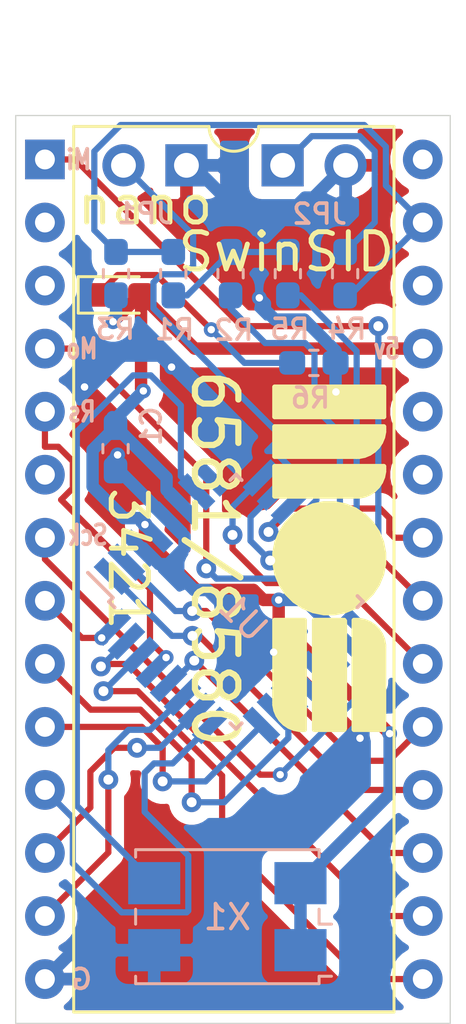
<source format=kicad_pcb>
(kicad_pcb (version 20171130) (host pcbnew "(5.1.10-1-10_14)")

  (general
    (thickness 1.6)
    (drawings 123)
    (tracks 271)
    (zones 0)
    (modules 13)
    (nets 40)
  )

  (page A4)
  (layers
    (0 F.Cu signal hide)
    (31 B.Cu signal)
    (32 B.Adhes user hide)
    (33 F.Adhes user hide)
    (34 B.Paste user hide)
    (35 F.Paste user hide)
    (36 B.SilkS user hide)
    (37 F.SilkS user)
    (38 B.Mask user hide)
    (39 F.Mask user hide)
    (40 Dwgs.User user)
    (41 Cmts.User user hide)
    (42 Eco1.User user hide)
    (43 Eco2.User user hide)
    (44 Edge.Cuts user)
    (45 Margin user hide)
    (46 B.CrtYd user)
    (47 F.CrtYd user hide)
    (48 B.Fab user hide)
    (49 F.Fab user hide)
  )

  (setup
    (last_trace_width 0.25)
    (user_trace_width 0.15)
    (user_trace_width 0.2)
    (user_trace_width 0.4)
    (user_trace_width 0.6)
    (trace_clearance 0.2)
    (zone_clearance 0.508)
    (zone_45_only no)
    (trace_min 0.127)
    (via_size 0.8)
    (via_drill 0.4)
    (via_min_size 0.6)
    (via_min_drill 0.3)
    (user_via 0.6 0.3)
    (user_via 0.9 0.4)
    (uvia_size 0.3)
    (uvia_drill 0.1)
    (uvias_allowed no)
    (uvia_min_size 0.2)
    (uvia_min_drill 0.1)
    (edge_width 0.0381)
    (segment_width 0.254)
    (pcb_text_width 0.3048)
    (pcb_text_size 1.524 1.524)
    (mod_edge_width 0.1524)
    (mod_text_size 0.8128 0.8128)
    (mod_text_width 0.1524)
    (pad_size 1.05 0.95)
    (pad_drill 0)
    (pad_to_mask_clearance 0)
    (solder_mask_min_width 0.12)
    (aux_axis_origin 0 0)
    (visible_elements FFFFFF7F)
    (pcbplotparams
      (layerselection 0x010ff_ffffffff)
      (usegerberextensions false)
      (usegerberattributes false)
      (usegerberadvancedattributes false)
      (creategerberjobfile false)
      (excludeedgelayer true)
      (linewidth 0.100000)
      (plotframeref false)
      (viasonmask false)
      (mode 1)
      (useauxorigin false)
      (hpglpennumber 1)
      (hpglpenspeed 20)
      (hpglpendiameter 15.000000)
      (psnegative false)
      (psa4output false)
      (plotreference true)
      (plotvalue true)
      (plotinvisibletext false)
      (padsonsilk false)
      (subtractmaskfromsilk false)
      (outputformat 1)
      (mirror false)
      (drillshape 0)
      (scaleselection 1)
      (outputdirectory "gerbers"))
  )

  (net 0 "")
  (net 1 GND)
  (net 2 +5V)
  (net 3 RESET)
  (net 4 MOSI)
  (net 5 RW)
  (net 6 MISO)
  (net 7 SELECT)
  (net 8 "Net-(R1-Pad2)")
  (net 9 "Net-(R1-Pad1)")
  (net 10 AUDIO1)
  (net 11 AUDIO2)
  (net 12 CS)
  (net 13 D1)
  (net 14 D0)
  (net 15 D2)
  (net 16 A4)
  (net 17 A3)
  (net 18 A2)
  (net 19 A1)
  (net 20 A0)
  (net 21 "Net-(U1-Pad22)")
  (net 22 "Net-(U1-Pad20)")
  (net 23 "Net-(U1-Pad19)")
  (net 24 D7)
  (net 25 D6)
  (net 26 D5)
  (net 27 "Net-(U1-Pad8)")
  (net 28 XTAL1)
  (net 29 D4)
  (net 30 D3)
  (net 31 "Net-(U2-Pad28)")
  (net 32 "Net-(U2-Pad26)")
  (net 33 "Net-(U2-Pad24)")
  (net 34 "Net-(U2-Pad23)")
  (net 35 "Net-(U2-Pad6)")
  (net 36 "Net-(U2-Pad3)")
  (net 37 "Net-(U2-Pad2)")
  (net 38 "Net-(D1-Pad1)")
  (net 39 "Net-(JP2-Pad1)")

  (net_class Default "This is the default net class."
    (clearance 0.2)
    (trace_width 0.25)
    (via_dia 0.8)
    (via_drill 0.4)
    (uvia_dia 0.3)
    (uvia_drill 0.1)
    (add_net A0)
    (add_net A1)
    (add_net A2)
    (add_net A3)
    (add_net A4)
    (add_net AUDIO1)
    (add_net AUDIO2)
    (add_net CS)
    (add_net D0)
    (add_net D1)
    (add_net D2)
    (add_net D3)
    (add_net D4)
    (add_net D5)
    (add_net D6)
    (add_net D7)
    (add_net MISO)
    (add_net MOSI)
    (add_net "Net-(D1-Pad1)")
    (add_net "Net-(JP2-Pad1)")
    (add_net "Net-(R1-Pad1)")
    (add_net "Net-(R1-Pad2)")
    (add_net "Net-(U1-Pad19)")
    (add_net "Net-(U1-Pad20)")
    (add_net "Net-(U1-Pad22)")
    (add_net "Net-(U1-Pad8)")
    (add_net "Net-(U2-Pad2)")
    (add_net "Net-(U2-Pad23)")
    (add_net "Net-(U2-Pad24)")
    (add_net "Net-(U2-Pad26)")
    (add_net "Net-(U2-Pad28)")
    (add_net "Net-(U2-Pad3)")
    (add_net "Net-(U2-Pad6)")
    (add_net RESET)
    (add_net RW)
    (add_net SELECT)
    (add_net XTAL1)
  )

  (net_class Power ""
    (clearance 0.2)
    (trace_width 0.5)
    (via_dia 0.8)
    (via_drill 0.4)
    (uvia_dia 0.3)
    (uvia_drill 0.1)
    (add_net +5V)
    (add_net GND)
  )

  (module Package_DIP:DIP-28_W15.24mm (layer F.Cu) (tedit 5A02E8C5) (tstamp 5F2A9411)
    (at 120.812 45.204)
    (descr "28-lead though-hole mounted DIP package, row spacing 15.24 mm (600 mils)")
    (tags "THT DIP DIL PDIP 2.54mm 15.24mm 600mil")
    (path /5F294128)
    (fp_text reference U2 (at 7.62 -2.33) (layer F.SilkS) hide
      (effects (font (size 1 1) (thickness 0.15)))
    )
    (fp_text value SID6581 (at 7.62 35.35) (layer F.Fab)
      (effects (font (size 1 1) (thickness 0.15)))
    )
    (fp_line (start 16.3 -1.55) (end -1.05 -1.55) (layer F.CrtYd) (width 0.05))
    (fp_line (start 16.3 34.55) (end 16.3 -1.55) (layer F.CrtYd) (width 0.05))
    (fp_line (start -1.05 34.55) (end 16.3 34.55) (layer F.CrtYd) (width 0.05))
    (fp_line (start -1.05 -1.55) (end -1.05 34.55) (layer F.CrtYd) (width 0.05))
    (fp_line (start 14.08 -1.33) (end 8.62 -1.33) (layer F.SilkS) (width 0.12))
    (fp_line (start 14.08 34.35) (end 14.08 -1.33) (layer F.SilkS) (width 0.12))
    (fp_line (start 1.16 34.35) (end 14.08 34.35) (layer F.SilkS) (width 0.12))
    (fp_line (start 1.16 -1.33) (end 1.16 34.35) (layer F.SilkS) (width 0.12))
    (fp_line (start 6.62 -1.33) (end 1.16 -1.33) (layer F.SilkS) (width 0.12))
    (fp_line (start 0.255 -0.27) (end 1.255 -1.27) (layer F.Fab) (width 0.1))
    (fp_line (start 0.255 34.29) (end 0.255 -0.27) (layer F.Fab) (width 0.1))
    (fp_line (start 14.985 34.29) (end 0.255 34.29) (layer F.Fab) (width 0.1))
    (fp_line (start 14.985 -1.27) (end 14.985 34.29) (layer F.Fab) (width 0.1))
    (fp_line (start 1.255 -1.27) (end 14.985 -1.27) (layer F.Fab) (width 0.1))
    (fp_text user %R (at 7.62 16.51) (layer F.Fab)
      (effects (font (size 1 1) (thickness 0.15)))
    )
    (fp_arc (start 7.62 -1.33) (end 6.62 -1.33) (angle -180) (layer F.SilkS) (width 0.12))
    (pad 28 thru_hole oval (at 15.24 0) (size 1.6 1.6) (drill 0.8) (layers *.Cu *.Mask)
      (net 31 "Net-(U2-Pad28)"))
    (pad 14 thru_hole oval (at 0 33.02) (size 1.6 1.6) (drill 0.8) (layers *.Cu *.Mask)
      (net 1 GND))
    (pad 27 thru_hole oval (at 15.24 2.54) (size 1.6 1.6) (drill 0.8) (layers *.Cu *.Mask)
      (net 9 "Net-(R1-Pad1)"))
    (pad 13 thru_hole oval (at 0 30.48) (size 1.6 1.6) (drill 0.8) (layers *.Cu *.Mask)
      (net 16 A4))
    (pad 26 thru_hole oval (at 15.24 5.08) (size 1.6 1.6) (drill 0.8) (layers *.Cu *.Mask)
      (net 32 "Net-(U2-Pad26)"))
    (pad 12 thru_hole oval (at 0 27.94) (size 1.6 1.6) (drill 0.8) (layers *.Cu *.Mask)
      (net 17 A3))
    (pad 25 thru_hole oval (at 15.24 7.62) (size 1.6 1.6) (drill 0.8) (layers *.Cu *.Mask)
      (net 2 +5V))
    (pad 11 thru_hole oval (at 0 25.4) (size 1.6 1.6) (drill 0.8) (layers *.Cu *.Mask)
      (net 18 A2))
    (pad 24 thru_hole oval (at 15.24 10.16) (size 1.6 1.6) (drill 0.8) (layers *.Cu *.Mask)
      (net 33 "Net-(U2-Pad24)"))
    (pad 10 thru_hole oval (at 0 22.86) (size 1.6 1.6) (drill 0.8) (layers *.Cu *.Mask)
      (net 19 A1))
    (pad 23 thru_hole oval (at 15.24 12.7) (size 1.6 1.6) (drill 0.8) (layers *.Cu *.Mask)
      (net 34 "Net-(U2-Pad23)"))
    (pad 9 thru_hole oval (at 0 20.32) (size 1.6 1.6) (drill 0.8) (layers *.Cu *.Mask)
      (net 20 A0))
    (pad 22 thru_hole oval (at 15.24 15.24) (size 1.6 1.6) (drill 0.8) (layers *.Cu *.Mask)
      (net 24 D7))
    (pad 8 thru_hole oval (at 0 17.78) (size 1.6 1.6) (drill 0.8) (layers *.Cu *.Mask)
      (net 12 CS))
    (pad 21 thru_hole oval (at 15.24 17.78) (size 1.6 1.6) (drill 0.8) (layers *.Cu *.Mask)
      (net 25 D6))
    (pad 7 thru_hole oval (at 0 15.24) (size 1.6 1.6) (drill 0.8) (layers *.Cu *.Mask)
      (net 5 RW))
    (pad 20 thru_hole oval (at 15.24 20.32) (size 1.6 1.6) (drill 0.8) (layers *.Cu *.Mask)
      (net 26 D5))
    (pad 6 thru_hole oval (at 0 12.7) (size 1.6 1.6) (drill 0.8) (layers *.Cu *.Mask)
      (net 35 "Net-(U2-Pad6)"))
    (pad 19 thru_hole oval (at 15.24 22.86) (size 1.6 1.6) (drill 0.8) (layers *.Cu *.Mask)
      (net 29 D4))
    (pad 5 thru_hole oval (at 0 10.16) (size 1.6 1.6) (drill 0.8) (layers *.Cu *.Mask)
      (net 3 RESET))
    (pad 18 thru_hole oval (at 15.24 25.4) (size 1.6 1.6) (drill 0.8) (layers *.Cu *.Mask)
      (net 30 D3))
    (pad 4 thru_hole oval (at 0 7.62) (size 1.6 1.6) (drill 0.8) (layers *.Cu *.Mask)
      (net 4 MOSI))
    (pad 17 thru_hole oval (at 15.24 27.94) (size 1.6 1.6) (drill 0.8) (layers *.Cu *.Mask)
      (net 15 D2))
    (pad 3 thru_hole oval (at 0 5.08) (size 1.6 1.6) (drill 0.8) (layers *.Cu *.Mask)
      (net 36 "Net-(U2-Pad3)"))
    (pad 16 thru_hole oval (at 15.24 30.48) (size 1.6 1.6) (drill 0.8) (layers *.Cu *.Mask)
      (net 13 D1))
    (pad 2 thru_hole oval (at 0 2.54) (size 1.6 1.6) (drill 0.8) (layers *.Cu *.Mask)
      (net 37 "Net-(U2-Pad2)"))
    (pad 15 thru_hole oval (at 15.24 33.02) (size 1.6 1.6) (drill 0.8) (layers *.Cu *.Mask)
      (net 14 D0))
    (pad 1 thru_hole rect (at 0 0) (size 1.6 1.6) (drill 0.8) (layers *.Cu *.Mask)
      (net 6 MISO))
  )

  (module Connector_PinHeader_2.54mm:PinHeader_1x02_P2.54mm_Vertical (layer B.Cu) (tedit 5F5F9152) (tstamp 5F2A933F)
    (at 130.4 45.44 270)
    (descr "Through hole straight pin header, 1x02, 2.54mm pitch, single row")
    (tags "Through hole pin header THT 1x02 2.54mm single row")
    (path /5F2D4CBE)
    (fp_text reference JP2 (at 1.96 -1.49) (layer B.SilkS)
      (effects (font (size 0.8 0.8) (thickness 0.15)) (justify mirror))
    )
    (fp_text value Jumper (at 0 -4.87 270) (layer B.Fab) hide
      (effects (font (size 1 1) (thickness 0.15)) (justify mirror))
    )
    (fp_line (start 1.8 1.8) (end -1.8 1.8) (layer B.CrtYd) (width 0.05))
    (fp_line (start 1.8 -4.35) (end 1.8 1.8) (layer B.CrtYd) (width 0.05))
    (fp_line (start -1.8 -4.35) (end 1.8 -4.35) (layer B.CrtYd) (width 0.05))
    (fp_line (start -1.8 1.8) (end -1.8 -4.35) (layer B.CrtYd) (width 0.05))
    (fp_line (start -1.33 1.33) (end 0 1.33) (layer Dwgs.User) (width 0.12))
    (fp_line (start -1.33 0) (end -1.33 1.33) (layer Dwgs.User) (width 0.12))
    (fp_line (start -1.33 -1.27) (end 1.33 -1.27) (layer Dwgs.User) (width 0.12))
    (fp_line (start 1.33 -1.27) (end 1.33 -3.87) (layer Dwgs.User) (width 0.12))
    (fp_line (start -1.33 -1.27) (end -1.33 -3.87) (layer Dwgs.User) (width 0.12))
    (fp_line (start -1.33 -3.87) (end 1.33 -3.87) (layer Dwgs.User) (width 0.12))
    (fp_line (start -1.27 0.635) (end -0.635 1.27) (layer B.Fab) (width 0.1))
    (fp_line (start -1.27 -3.81) (end -1.27 0.635) (layer B.Fab) (width 0.1))
    (fp_line (start 1.27 -3.81) (end -1.27 -3.81) (layer B.Fab) (width 0.1))
    (fp_line (start 1.27 1.27) (end 1.27 -3.81) (layer B.Fab) (width 0.1))
    (fp_line (start -0.635 1.27) (end 1.27 1.27) (layer B.Fab) (width 0.1))
    (fp_text user %R (at 0 -1.27) (layer B.Fab)
      (effects (font (size 1 1) (thickness 0.15)) (justify mirror))
    )
    (pad 2 thru_hole oval (at 0 -2.54 270) (size 1.7 1.7) (drill 1) (layers *.Cu *.Mask)
      (net 1 GND))
    (pad 1 thru_hole rect (at 0 0 270) (size 1.7 1.7) (drill 1) (layers *.Cu *.Mask)
      (net 39 "Net-(JP2-Pad1)"))
    (model ${KISYS3DMOD}/Connector_PinHeader_2.54mm.3dshapes/PinHeader_1x02_P2.54mm_Vertical.wrl
      (at (xyz 0 0 0))
      (scale (xyz 1 1 1))
      (rotate (xyz 0 0 0))
    )
  )

  (module Connector_PinHeader_2.54mm:PinHeader_1x02_P2.54mm_Vertical (layer B.Cu) (tedit 5F5F90F0) (tstamp 612B8891)
    (at 126.52 45.44 90)
    (descr "Through hole straight pin header, 1x02, 2.54mm pitch, single row")
    (tags "Through hole pin header THT 1x02 2.54mm single row")
    (path /5F327A41)
    (fp_text reference JP1 (at -1.94 -1.7) (layer B.SilkS)
      (effects (font (size 0.8 0.8) (thickness 0.15)) (justify mirror))
    )
    (fp_text value Jumper (at 0 -4.87 270) (layer B.Fab)
      (effects (font (size 1 1) (thickness 0.15)) (justify mirror))
    )
    (fp_line (start 1.8 1.8) (end -1.8 1.8) (layer B.CrtYd) (width 0.05))
    (fp_line (start 1.8 -4.35) (end 1.8 1.8) (layer B.CrtYd) (width 0.05))
    (fp_line (start -1.8 -4.35) (end 1.8 -4.35) (layer B.CrtYd) (width 0.05))
    (fp_line (start -1.8 1.8) (end -1.8 -4.35) (layer B.CrtYd) (width 0.05))
    (fp_line (start -1.33 1.33) (end 0 1.33) (layer Dwgs.User) (width 0.12))
    (fp_line (start -1.33 0) (end -1.33 1.33) (layer Dwgs.User) (width 0.12))
    (fp_line (start -1.33 -1.27) (end 1.33 -1.27) (layer Dwgs.User) (width 0.12))
    (fp_line (start 1.33 -1.27) (end 1.33 -3.87) (layer Dwgs.User) (width 0.12))
    (fp_line (start -1.33 -1.27) (end -1.33 -3.87) (layer Dwgs.User) (width 0.12))
    (fp_line (start -1.33 -3.87) (end 1.33 -3.87) (layer Dwgs.User) (width 0.12))
    (fp_line (start -1.27 0.635) (end -0.635 1.27) (layer B.Fab) (width 0.1))
    (fp_line (start -1.27 -3.81) (end -1.27 0.635) (layer B.Fab) (width 0.1))
    (fp_line (start 1.27 -3.81) (end -1.27 -3.81) (layer B.Fab) (width 0.1))
    (fp_line (start 1.27 1.27) (end 1.27 -3.81) (layer B.Fab) (width 0.1))
    (fp_line (start -0.635 1.27) (end 1.27 1.27) (layer B.Fab) (width 0.1))
    (fp_text user %R (at 0 -1.27) (layer B.Fab)
      (effects (font (size 1 1) (thickness 0.15)) (justify mirror))
    )
    (pad 2 thru_hole oval (at 0 -2.54 90) (size 1.7 1.7) (drill 1) (layers *.Cu *.Mask)
      (net 7 SELECT))
    (pad 1 thru_hole rect (at 0 0 90) (size 1.7 1.7) (drill 1) (layers *.Cu *.Mask)
      (net 1 GND))
    (model ${KISYS3DMOD}/Connector_PinHeader_2.54mm.3dshapes/PinHeader_1x02_P2.54mm_Vertical.wrl
      (at (xyz 0 0 0))
      (scale (xyz 1 1 1))
      (rotate (xyz 0 0 0))
    )
  )

  (module Crystal:Crystal_SMD_7050-4Pin_7.0x5.0mm (layer B.Cu) (tedit 5A0FD1B2) (tstamp 5F47C4F8)
    (at 128.17 75.71 180)
    (descr "SMD Crystal SERIES SMD7050/4 https://www.foxonline.com/pdfs/FQ7050.pdf, 7.0x5.0mm^2 package")
    (tags "SMD SMT crystal")
    (path /5F47EB05)
    (attr smd)
    (fp_text reference X1 (at 0 -0.02) (layer B.SilkS)
      (effects (font (size 1 1) (thickness 0.15)) (justify mirror))
    )
    (fp_text value SG-7050CAN (at 0 -3.7) (layer B.Fab)
      (effects (font (size 1 1) (thickness 0.15)) (justify mirror))
    )
    (fp_line (start 4.3 2.8) (end -4.3 2.8) (layer B.CrtYd) (width 0.05))
    (fp_line (start 4.3 -2.8) (end 4.3 2.8) (layer B.CrtYd) (width 0.05))
    (fp_line (start -4.3 -2.8) (end 4.3 -2.8) (layer B.CrtYd) (width 0.05))
    (fp_line (start -4.3 2.8) (end -4.3 -2.8) (layer B.CrtYd) (width 0.05))
    (fp_line (start 3.7 0.3) (end 3.7 -0.3) (layer B.SilkS) (width 0.12))
    (fp_line (start -3.7 -0.3) (end -3.7 0.3) (layer B.SilkS) (width 0.12))
    (fp_line (start -4.2 -0.3) (end -3.7 -0.3) (layer B.SilkS) (width 0.12))
    (fp_line (start 3.7 -2.7) (end 3.7 -2.4) (layer B.SilkS) (width 0.12))
    (fp_line (start -3.7 -2.7) (end 3.7 -2.7) (layer B.SilkS) (width 0.12))
    (fp_line (start -3.7 -2.4) (end -3.7 -2.7) (layer B.SilkS) (width 0.12))
    (fp_line (start -4.2 -2.4) (end -3.7 -2.4) (layer B.SilkS) (width 0.12))
    (fp_line (start 3.7 2.7) (end 3.7 2.4) (layer B.SilkS) (width 0.12))
    (fp_line (start -3.7 2.7) (end 3.7 2.7) (layer B.SilkS) (width 0.12))
    (fp_line (start -3.7 2.4) (end -3.7 2.7) (layer B.SilkS) (width 0.12))
    (fp_line (start -3.5 -1.5) (end -2.5 -2.5) (layer B.Fab) (width 0.1))
    (fp_line (start -3.5 2.3) (end -3.3 2.5) (layer B.Fab) (width 0.1))
    (fp_line (start -3.5 -2.3) (end -3.5 2.3) (layer B.Fab) (width 0.1))
    (fp_line (start -3.3 -2.5) (end -3.5 -2.3) (layer B.Fab) (width 0.1))
    (fp_line (start 3.3 -2.5) (end -3.3 -2.5) (layer B.Fab) (width 0.1))
    (fp_line (start 3.5 -2.3) (end 3.3 -2.5) (layer B.Fab) (width 0.1))
    (fp_line (start 3.5 2.3) (end 3.5 -2.3) (layer B.Fab) (width 0.1))
    (fp_line (start 3.3 2.5) (end 3.5 2.3) (layer B.Fab) (width 0.1))
    (fp_line (start -3.3 2.5) (end 3.3 2.5) (layer B.Fab) (width 0.1))
    (fp_text user %R (at 0 0) (layer B.Fab)
      (effects (font (size 1 1) (thickness 0.15)) (justify mirror))
    )
    (pad 4 smd rect (at -2.95 1.35 180) (size 2.1 1.7) (layers B.Cu B.Paste B.Mask)
      (net 2 +5V))
    (pad 3 smd rect (at 2.95 1.35 180) (size 2.1 1.7) (layers B.Cu B.Paste B.Mask)
      (net 28 XTAL1))
    (pad 2 smd rect (at 2.95 -1.35 180) (size 2.1 1.7) (layers B.Cu B.Paste B.Mask)
      (net 1 GND))
    (pad 1 smd rect (at -2.95 -1.35 180) (size 2.1 1.7) (layers B.Cu B.Paste B.Mask)
      (net 2 +5V))
    (model ${KISYS3DMOD}/Crystal.3dshapes/Crystal_SMD_7050-4Pin_7.0x5.0mm.wrl
      (at (xyz 0 0 0))
      (scale (xyz 1 1 1))
      (rotate (xyz 0 0 0))
    )
  )

  (module Resistor_SMD:R_0603_1608Metric_Pad1.05x0.95mm_HandSolder (layer B.Cu) (tedit 5B301BBD) (tstamp 612A5526)
    (at 131.66 53.4)
    (descr "Resistor SMD 0603 (1608 Metric), square (rectangular) end terminal, IPC_7351 nominal with elongated pad for handsoldering. (Body size source: http://www.tortai-tech.com/upload/download/2011102023233369053.pdf), generated with kicad-footprint-generator")
    (tags "resistor handsolder")
    (path /5F3E2BE9)
    (attr smd)
    (fp_text reference R6 (at -0.14 1.41) (layer B.SilkS)
      (effects (font (size 0.8 0.8) (thickness 0.15)) (justify mirror))
    )
    (fp_text value 330 (at 0 -1.43) (layer B.Fab)
      (effects (font (size 1 1) (thickness 0.15)) (justify mirror))
    )
    (fp_line (start 1.65 -0.73) (end -1.65 -0.73) (layer B.CrtYd) (width 0.05))
    (fp_line (start 1.65 0.73) (end 1.65 -0.73) (layer B.CrtYd) (width 0.05))
    (fp_line (start -1.65 0.73) (end 1.65 0.73) (layer B.CrtYd) (width 0.05))
    (fp_line (start -1.65 -0.73) (end -1.65 0.73) (layer B.CrtYd) (width 0.05))
    (fp_line (start -0.171267 -0.51) (end 0.171267 -0.51) (layer B.SilkS) (width 0.12))
    (fp_line (start -0.171267 0.51) (end 0.171267 0.51) (layer B.SilkS) (width 0.12))
    (fp_line (start 0.8 -0.4) (end -0.8 -0.4) (layer B.Fab) (width 0.1))
    (fp_line (start 0.8 0.4) (end 0.8 -0.4) (layer B.Fab) (width 0.1))
    (fp_line (start -0.8 0.4) (end 0.8 0.4) (layer B.Fab) (width 0.1))
    (fp_line (start -0.8 -0.4) (end -0.8 0.4) (layer B.Fab) (width 0.1))
    (fp_text user %R (at 0 0) (layer B.Fab)
      (effects (font (size 0.4 0.4) (thickness 0.06)) (justify mirror))
    )
    (pad 2 smd roundrect (at 0.875 0) (size 1.05 0.95) (layers B.Cu B.Paste B.Mask) (roundrect_rratio 0.25)
      (net 1 GND))
    (pad 1 smd roundrect (at -0.875 0) (size 1.05 0.95) (layers B.Cu B.Paste B.Mask) (roundrect_rratio 0.25)
      (net 38 "Net-(D1-Pad1)"))
    (model ${KISYS3DMOD}/Resistor_SMD.3dshapes/R_0603_1608Metric.wrl
      (at (xyz 0 0 0))
      (scale (xyz 1 1 1))
      (rotate (xyz 0 0 0))
    )
  )

  (module LED_SMD:LED_0603_1608Metric_Pad1.05x0.95mm_HandSolder (layer F.Cu) (tedit 5B4B45C9) (tstamp 5F2BE46A)
    (at 123.815 50.66)
    (descr "LED SMD 0603 (1608 Metric), square (rectangular) end terminal, IPC_7351 nominal, (Body size source: http://www.tortai-tech.com/upload/download/2011102023233369053.pdf), generated with kicad-footprint-generator")
    (tags "LED handsolder")
    (path /5F3D9076)
    (attr smd)
    (fp_text reference D1 (at 1.129 1.016) (layer F.SilkS) hide
      (effects (font (size 0.8 0.8) (thickness 0.16)))
    )
    (fp_text value LED (at 0 1.43) (layer F.Fab)
      (effects (font (size 1 1) (thickness 0.15)))
    )
    (fp_line (start 1.65 0.73) (end -1.65 0.73) (layer F.CrtYd) (width 0.05))
    (fp_line (start 1.65 -0.73) (end 1.65 0.73) (layer F.CrtYd) (width 0.05))
    (fp_line (start -1.65 -0.73) (end 1.65 -0.73) (layer F.CrtYd) (width 0.05))
    (fp_line (start -1.65 0.73) (end -1.65 -0.73) (layer F.CrtYd) (width 0.05))
    (fp_line (start -1.66 0.735) (end 0.8 0.735) (layer F.SilkS) (width 0.12))
    (fp_line (start -1.66 -0.735) (end -1.66 0.735) (layer F.SilkS) (width 0.12))
    (fp_line (start 0.8 -0.735) (end -1.66 -0.735) (layer F.SilkS) (width 0.12))
    (fp_line (start 0.8 0.4) (end 0.8 -0.4) (layer F.Fab) (width 0.1))
    (fp_line (start -0.8 0.4) (end 0.8 0.4) (layer F.Fab) (width 0.1))
    (fp_line (start -0.8 -0.1) (end -0.8 0.4) (layer F.Fab) (width 0.1))
    (fp_line (start -0.5 -0.4) (end -0.8 -0.1) (layer F.Fab) (width 0.1))
    (fp_line (start 0.8 -0.4) (end -0.5 -0.4) (layer F.Fab) (width 0.1))
    (fp_text user %R (at 0 0) (layer F.Fab)
      (effects (font (size 0.4 0.4) (thickness 0.06)))
    )
    (pad 2 smd roundrect (at 0.875 0) (size 1.05 0.95) (layers F.Cu F.Paste F.Mask) (roundrect_rratio 0.25)
      (net 2 +5V))
    (pad 1 smd roundrect (at -0.875 0) (size 1.05 0.95) (layers F.Cu F.Paste F.Mask) (roundrect_rratio 0.25)
      (net 38 "Net-(D1-Pad1)"))
    (model ${KISYS3DMOD}/LED_SMD.3dshapes/LED_0603_1608Metric.wrl
      (at (xyz 0 0 0))
      (scale (xyz 1 1 1))
      (rotate (xyz 0 0 0))
    )
  )

  (module Package_QFP:TQFP-32_7x7mm_P0.8mm (layer B.Cu) (tedit 5A02F146) (tstamp 5F2A93E1)
    (at 128.52 63.02 315)
    (descr "32-Lead Plastic Thin Quad Flatpack (PT) - 7x7x1.0 mm Body, 2.00 mm [TQFP] (see Microchip Packaging Specification 00000049BS.pdf)")
    (tags "QFP 0.8")
    (path /5F273028)
    (attr smd)
    (fp_text reference U1 (at 0.650538 0.240416 135) (layer B.SilkS)
      (effects (font (size 1 1) (thickness 0.15)) (justify mirror))
    )
    (fp_text value ATmega88PA-AU (at 0 -6.05 135) (layer B.Fab)
      (effects (font (size 1 1) (thickness 0.15)) (justify mirror))
    )
    (fp_line (start -3.625 3.4) (end -5.05 3.4) (layer B.SilkS) (width 0.15))
    (fp_line (start 3.625 3.625) (end 3.3 3.625) (layer B.SilkS) (width 0.15))
    (fp_line (start 3.625 -3.625) (end 3.3 -3.625) (layer B.SilkS) (width 0.15))
    (fp_line (start -3.625 -3.625) (end -3.3 -3.625) (layer B.SilkS) (width 0.15))
    (fp_line (start -3.625 3.625) (end -3.3 3.625) (layer B.SilkS) (width 0.15))
    (fp_line (start -3.625 -3.625) (end -3.625 -3.3) (layer B.SilkS) (width 0.15))
    (fp_line (start 3.625 -3.625) (end 3.625 -3.3) (layer B.SilkS) (width 0.15))
    (fp_line (start 3.625 3.625) (end 3.625 3.3) (layer B.SilkS) (width 0.15))
    (fp_line (start -3.625 3.625) (end -3.625 3.4) (layer B.SilkS) (width 0.15))
    (fp_line (start -5.3 -5.3) (end 5.3 -5.3) (layer B.CrtYd) (width 0.05))
    (fp_line (start -5.3 5.3) (end 5.3 5.3) (layer B.CrtYd) (width 0.05))
    (fp_line (start 5.3 5.3) (end 5.3 -5.3) (layer B.CrtYd) (width 0.05))
    (fp_line (start -5.3 5.3) (end -5.3 -5.3) (layer B.CrtYd) (width 0.05))
    (fp_line (start -3.5 2.5) (end -2.5 3.5) (layer B.Fab) (width 0.15))
    (fp_line (start -3.5 -3.5) (end -3.5 2.5) (layer B.Fab) (width 0.15))
    (fp_line (start 3.5 -3.5) (end -3.5 -3.5) (layer B.Fab) (width 0.15))
    (fp_line (start 3.5 3.5) (end 3.5 -3.5) (layer B.Fab) (width 0.15))
    (fp_line (start -2.5 3.5) (end 3.5 3.5) (layer B.Fab) (width 0.15))
    (fp_text user %R (at 0 0 135) (layer B.Fab)
      (effects (font (size 1 1) (thickness 0.15)) (justify mirror))
    )
    (pad 32 smd rect (at -2.8 4.25 225) (size 1.6 0.55) (layers B.Cu B.Paste B.Mask)
      (net 12 CS))
    (pad 31 smd rect (at -2 4.25 225) (size 1.6 0.55) (layers B.Cu B.Paste B.Mask)
      (net 13 D1))
    (pad 30 smd rect (at -1.2 4.25 225) (size 1.6 0.55) (layers B.Cu B.Paste B.Mask)
      (net 14 D0))
    (pad 29 smd rect (at -0.4 4.25 225) (size 1.6 0.55) (layers B.Cu B.Paste B.Mask)
      (net 3 RESET))
    (pad 28 smd rect (at 0.4 4.25 225) (size 1.6 0.55) (layers B.Cu B.Paste B.Mask)
      (net 15 D2))
    (pad 27 smd rect (at 1.2 4.25 225) (size 1.6 0.55) (layers B.Cu B.Paste B.Mask)
      (net 16 A4))
    (pad 26 smd rect (at 2 4.25 225) (size 1.6 0.55) (layers B.Cu B.Paste B.Mask)
      (net 17 A3))
    (pad 25 smd rect (at 2.8 4.25 225) (size 1.6 0.55) (layers B.Cu B.Paste B.Mask)
      (net 18 A2))
    (pad 24 smd rect (at 4.25 2.8 315) (size 1.6 0.55) (layers B.Cu B.Paste B.Mask)
      (net 19 A1))
    (pad 23 smd rect (at 4.25 2 315) (size 1.6 0.55) (layers B.Cu B.Paste B.Mask)
      (net 20 A0))
    (pad 22 smd rect (at 4.25 1.2 315) (size 1.6 0.55) (layers B.Cu B.Paste B.Mask)
      (net 21 "Net-(U1-Pad22)"))
    (pad 21 smd rect (at 4.25 0.4 315) (size 1.6 0.55) (layers B.Cu B.Paste B.Mask)
      (net 1 GND))
    (pad 20 smd rect (at 4.25 -0.4 315) (size 1.6 0.55) (layers B.Cu B.Paste B.Mask)
      (net 22 "Net-(U1-Pad20)"))
    (pad 19 smd rect (at 4.25 -1.2 315) (size 1.6 0.55) (layers B.Cu B.Paste B.Mask)
      (net 23 "Net-(U1-Pad19)"))
    (pad 18 smd rect (at 4.25 -2 315) (size 1.6 0.55) (layers B.Cu B.Paste B.Mask)
      (net 2 +5V))
    (pad 17 smd rect (at 4.25 -2.8 315) (size 1.6 0.55) (layers B.Cu B.Paste B.Mask)
      (net 5 RW))
    (pad 16 smd rect (at 2.8 -4.25 225) (size 1.6 0.55) (layers B.Cu B.Paste B.Mask)
      (net 6 MISO))
    (pad 15 smd rect (at 2 -4.25 225) (size 1.6 0.55) (layers B.Cu B.Paste B.Mask)
      (net 4 MOSI))
    (pad 14 smd rect (at 1.2 -4.25 225) (size 1.6 0.55) (layers B.Cu B.Paste B.Mask)
      (net 11 AUDIO2))
    (pad 13 smd rect (at 0.4 -4.25 225) (size 1.6 0.55) (layers B.Cu B.Paste B.Mask)
      (net 10 AUDIO1))
    (pad 12 smd rect (at -0.4 -4.25 225) (size 1.6 0.55) (layers B.Cu B.Paste B.Mask)
      (net 7 SELECT))
    (pad 11 smd rect (at -1.2 -4.25 225) (size 1.6 0.55) (layers B.Cu B.Paste B.Mask)
      (net 24 D7))
    (pad 10 smd rect (at -2 -4.25 225) (size 1.6 0.55) (layers B.Cu B.Paste B.Mask)
      (net 25 D6))
    (pad 9 smd rect (at -2.8 -4.25 225) (size 1.6 0.55) (layers B.Cu B.Paste B.Mask)
      (net 26 D5))
    (pad 8 smd rect (at -4.25 -2.8 315) (size 1.6 0.55) (layers B.Cu B.Paste B.Mask)
      (net 27 "Net-(U1-Pad8)"))
    (pad 7 smd rect (at -4.25 -2 315) (size 1.6 0.55) (layers B.Cu B.Paste B.Mask)
      (net 28 XTAL1))
    (pad 6 smd rect (at -4.25 -1.2 315) (size 1.6 0.55) (layers B.Cu B.Paste B.Mask)
      (net 2 +5V))
    (pad 5 smd rect (at -4.25 -0.4 315) (size 1.6 0.55) (layers B.Cu B.Paste B.Mask)
      (net 1 GND))
    (pad 4 smd rect (at -4.25 0.4 315) (size 1.6 0.55) (layers B.Cu B.Paste B.Mask)
      (net 2 +5V))
    (pad 3 smd rect (at -4.25 1.2 315) (size 1.6 0.55) (layers B.Cu B.Paste B.Mask)
      (net 1 GND))
    (pad 2 smd rect (at -4.25 2 315) (size 1.6 0.55) (layers B.Cu B.Paste B.Mask)
      (net 29 D4))
    (pad 1 smd rect (at -4.25 2.8 315) (size 1.6 0.55) (layers B.Cu B.Paste B.Mask)
      (net 30 D3))
    (model ${KISYS3DMOD}/Package_QFP.3dshapes/TQFP-32_7x7mm_P0.8mm.wrl
      (at (xyz 0 0 0))
      (scale (xyz 1 1 1))
      (rotate (xyz 0 0 0))
    )
  )

  (module Resistor_SMD:R_0603_1608Metric_Pad1.05x0.95mm_HandSolder (layer B.Cu) (tedit 5B301BBD) (tstamp 612A5154)
    (at 130.61 49.805 270)
    (descr "Resistor SMD 0603 (1608 Metric), square (rectangular) end terminal, IPC_7351 nominal with elongated pad for handsoldering. (Body size source: http://www.tortai-tech.com/upload/download/2011102023233369053.pdf), generated with kicad-footprint-generator")
    (tags "resistor handsolder")
    (path /5F2EF48B)
    (attr smd)
    (fp_text reference R5 (at 2.235 -0.08 180) (layer B.SilkS)
      (effects (font (size 0.8 0.8) (thickness 0.15)) (justify mirror))
    )
    (fp_text value 240k (at 0 -1.43 90) (layer B.Fab)
      (effects (font (size 1 1) (thickness 0.15)) (justify mirror))
    )
    (fp_line (start -0.8 -0.4) (end -0.8 0.4) (layer B.Fab) (width 0.1))
    (fp_line (start -0.8 0.4) (end 0.8 0.4) (layer B.Fab) (width 0.1))
    (fp_line (start 0.8 0.4) (end 0.8 -0.4) (layer B.Fab) (width 0.1))
    (fp_line (start 0.8 -0.4) (end -0.8 -0.4) (layer B.Fab) (width 0.1))
    (fp_line (start -0.171267 0.51) (end 0.171267 0.51) (layer B.SilkS) (width 0.12))
    (fp_line (start -0.171267 -0.51) (end 0.171267 -0.51) (layer B.SilkS) (width 0.12))
    (fp_line (start -1.65 -0.73) (end -1.65 0.73) (layer B.CrtYd) (width 0.05))
    (fp_line (start -1.65 0.73) (end 1.65 0.73) (layer B.CrtYd) (width 0.05))
    (fp_line (start 1.65 0.73) (end 1.65 -0.73) (layer B.CrtYd) (width 0.05))
    (fp_line (start 1.65 -0.73) (end -1.65 -0.73) (layer B.CrtYd) (width 0.05))
    (fp_text user %R (at 0 0 90) (layer B.Fab)
      (effects (font (size 0.4 0.4) (thickness 0.06)) (justify mirror))
    )
    (pad 1 smd roundrect (at -0.875 0 270) (size 1.05 0.95) (layers B.Cu B.Paste B.Mask) (roundrect_rratio 0.25)
      (net 8 "Net-(R1-Pad2)"))
    (pad 2 smd roundrect (at 0.875 0 270) (size 1.05 0.95) (layers B.Cu B.Paste B.Mask) (roundrect_rratio 0.25)
      (net 11 AUDIO2))
    (model ${KISYS3DMOD}/Resistor_SMD.3dshapes/R_0603_1608Metric.wrl
      (at (xyz 0 0 0))
      (scale (xyz 1 1 1))
      (rotate (xyz 0 0 0))
    )
  )

  (module Resistor_SMD:R_0603_1608Metric_Pad1.05x0.95mm_HandSolder (layer B.Cu) (tedit 5B301BBD) (tstamp 612A5124)
    (at 132.92 49.805 90)
    (descr "Resistor SMD 0603 (1608 Metric), square (rectangular) end terminal, IPC_7351 nominal with elongated pad for handsoldering. (Body size source: http://www.tortai-tech.com/upload/download/2011102023233369053.pdf), generated with kicad-footprint-generator")
    (tags "resistor handsolder")
    (path /5F2D3F37)
    (attr smd)
    (fp_text reference R4 (at -2.235 0.07 180) (layer B.SilkS)
      (effects (font (size 0.8 0.8) (thickness 0.15)) (justify mirror))
    )
    (fp_text value 1k (at 0 -1.43 90) (layer B.Fab)
      (effects (font (size 1 1) (thickness 0.15)) (justify mirror))
    )
    (fp_line (start -0.8 -0.4) (end -0.8 0.4) (layer B.Fab) (width 0.1))
    (fp_line (start -0.8 0.4) (end 0.8 0.4) (layer B.Fab) (width 0.1))
    (fp_line (start 0.8 0.4) (end 0.8 -0.4) (layer B.Fab) (width 0.1))
    (fp_line (start 0.8 -0.4) (end -0.8 -0.4) (layer B.Fab) (width 0.1))
    (fp_line (start -0.171267 0.51) (end 0.171267 0.51) (layer B.SilkS) (width 0.12))
    (fp_line (start -0.171267 -0.51) (end 0.171267 -0.51) (layer B.SilkS) (width 0.12))
    (fp_line (start -1.65 -0.73) (end -1.65 0.73) (layer B.CrtYd) (width 0.05))
    (fp_line (start -1.65 0.73) (end 1.65 0.73) (layer B.CrtYd) (width 0.05))
    (fp_line (start 1.65 0.73) (end 1.65 -0.73) (layer B.CrtYd) (width 0.05))
    (fp_line (start 1.65 -0.73) (end -1.65 -0.73) (layer B.CrtYd) (width 0.05))
    (fp_text user %R (at 0 0 90) (layer B.Fab)
      (effects (font (size 0.4 0.4) (thickness 0.06)) (justify mirror))
    )
    (pad 1 smd roundrect (at -0.875 0 90) (size 1.05 0.95) (layers B.Cu B.Paste B.Mask) (roundrect_rratio 0.25)
      (net 9 "Net-(R1-Pad1)"))
    (pad 2 smd roundrect (at 0.875 0 90) (size 1.05 0.95) (layers B.Cu B.Paste B.Mask) (roundrect_rratio 0.25)
      (net 39 "Net-(JP2-Pad1)"))
    (model ${KISYS3DMOD}/Resistor_SMD.3dshapes/R_0603_1608Metric.wrl
      (at (xyz 0 0 0))
      (scale (xyz 1 1 1))
      (rotate (xyz 0 0 0))
    )
  )

  (module Resistor_SMD:R_0603_1608Metric_Pad1.05x0.95mm_HandSolder (layer B.Cu) (tedit 5B301BBD) (tstamp 612A6960)
    (at 123.68 49.805 270)
    (descr "Resistor SMD 0603 (1608 Metric), square (rectangular) end terminal, IPC_7351 nominal with elongated pad for handsoldering. (Body size source: http://www.tortai-tech.com/upload/download/2011102023233369053.pdf), generated with kicad-footprint-generator")
    (tags "resistor handsolder")
    (path /5F2E8673)
    (attr smd)
    (fp_text reference R3 (at 2.235 0.03) (layer B.SilkS)
      (effects (font (size 0.8 0.8) (thickness 0.15)) (justify mirror))
    )
    (fp_text value 4k7 (at 0 -1.43 90) (layer B.Fab)
      (effects (font (size 1 1) (thickness 0.15)) (justify mirror))
    )
    (fp_line (start -0.8 -0.4) (end -0.8 0.4) (layer B.Fab) (width 0.1))
    (fp_line (start -0.8 0.4) (end 0.8 0.4) (layer B.Fab) (width 0.1))
    (fp_line (start 0.8 0.4) (end 0.8 -0.4) (layer B.Fab) (width 0.1))
    (fp_line (start 0.8 -0.4) (end -0.8 -0.4) (layer B.Fab) (width 0.1))
    (fp_line (start -0.171267 0.51) (end 0.171267 0.51) (layer B.SilkS) (width 0.12))
    (fp_line (start -0.171267 -0.51) (end 0.171267 -0.51) (layer B.SilkS) (width 0.12))
    (fp_line (start -1.65 -0.73) (end -1.65 0.73) (layer B.CrtYd) (width 0.05))
    (fp_line (start -1.65 0.73) (end 1.65 0.73) (layer B.CrtYd) (width 0.05))
    (fp_line (start 1.65 0.73) (end 1.65 -0.73) (layer B.CrtYd) (width 0.05))
    (fp_line (start 1.65 -0.73) (end -1.65 -0.73) (layer B.CrtYd) (width 0.05))
    (fp_text user %R (at 0 0 90) (layer B.Fab)
      (effects (font (size 0.4 0.4) (thickness 0.06)) (justify mirror))
    )
    (pad 1 smd roundrect (at -0.875 0 270) (size 1.05 0.95) (layers B.Cu B.Paste B.Mask) (roundrect_rratio 0.25)
      (net 9 "Net-(R1-Pad1)"))
    (pad 2 smd roundrect (at 0.875 0 270) (size 1.05 0.95) (layers B.Cu B.Paste B.Mask) (roundrect_rratio 0.25)
      (net 2 +5V))
    (model ${KISYS3DMOD}/Resistor_SMD.3dshapes/R_0603_1608Metric.wrl
      (at (xyz 0 0 0))
      (scale (xyz 1 1 1))
      (rotate (xyz 0 0 0))
    )
  )

  (module Resistor_SMD:R_0603_1608Metric_Pad1.05x0.95mm_HandSolder (layer B.Cu) (tedit 5B301BBD) (tstamp 612A50C4)
    (at 128.3 49.805 270)
    (descr "Resistor SMD 0603 (1608 Metric), square (rectangular) end terminal, IPC_7351 nominal with elongated pad for handsoldering. (Body size source: http://www.tortai-tech.com/upload/download/2011102023233369053.pdf), generated with kicad-footprint-generator")
    (tags "resistor handsolder")
    (path /5F2EDE7E)
    (attr smd)
    (fp_text reference R2 (at 2.275 -0.13 180) (layer B.SilkS)
      (effects (font (size 0.8 0.8) (thickness 0.15)) (justify mirror))
    )
    (fp_text value 1k (at 0 -1.43 90) (layer B.Fab)
      (effects (font (size 1 1) (thickness 0.15)) (justify mirror))
    )
    (fp_line (start -0.8 -0.4) (end -0.8 0.4) (layer B.Fab) (width 0.1))
    (fp_line (start -0.8 0.4) (end 0.8 0.4) (layer B.Fab) (width 0.1))
    (fp_line (start 0.8 0.4) (end 0.8 -0.4) (layer B.Fab) (width 0.1))
    (fp_line (start 0.8 -0.4) (end -0.8 -0.4) (layer B.Fab) (width 0.1))
    (fp_line (start -0.171267 0.51) (end 0.171267 0.51) (layer B.SilkS) (width 0.12))
    (fp_line (start -0.171267 -0.51) (end 0.171267 -0.51) (layer B.SilkS) (width 0.12))
    (fp_line (start -1.65 -0.73) (end -1.65 0.73) (layer B.CrtYd) (width 0.05))
    (fp_line (start -1.65 0.73) (end 1.65 0.73) (layer B.CrtYd) (width 0.05))
    (fp_line (start 1.65 0.73) (end 1.65 -0.73) (layer B.CrtYd) (width 0.05))
    (fp_line (start 1.65 -0.73) (end -1.65 -0.73) (layer B.CrtYd) (width 0.05))
    (fp_text user %R (at 0 0 90) (layer B.Fab)
      (effects (font (size 0.4 0.4) (thickness 0.06)) (justify mirror))
    )
    (pad 1 smd roundrect (at -0.875 0 270) (size 1.05 0.95) (layers B.Cu B.Paste B.Mask) (roundrect_rratio 0.25)
      (net 8 "Net-(R1-Pad2)"))
    (pad 2 smd roundrect (at 0.875 0 270) (size 1.05 0.95) (layers B.Cu B.Paste B.Mask) (roundrect_rratio 0.25)
      (net 10 AUDIO1))
    (model ${KISYS3DMOD}/Resistor_SMD.3dshapes/R_0603_1608Metric.wrl
      (at (xyz 0 0 0))
      (scale (xyz 1 1 1))
      (rotate (xyz 0 0 0))
    )
  )

  (module Resistor_SMD:R_0603_1608Metric_Pad1.05x0.95mm_HandSolder (layer B.Cu) (tedit 5B301BBD) (tstamp 612A5094)
    (at 125.99 49.805 270)
    (descr "Resistor SMD 0603 (1608 Metric), square (rectangular) end terminal, IPC_7351 nominal with elongated pad for handsoldering. (Body size source: http://www.tortai-tech.com/upload/download/2011102023233369053.pdf), generated with kicad-footprint-generator")
    (tags "resistor handsolder")
    (path /5F2EC331)
    (attr smd)
    (fp_text reference R1 (at 2.255 -0.05) (layer B.SilkS)
      (effects (font (size 0.8 0.8) (thickness 0.15)) (justify mirror))
    )
    (fp_text value 2k2 (at 0 -1.43 90) (layer B.Fab)
      (effects (font (size 1 1) (thickness 0.15)) (justify mirror))
    )
    (fp_line (start -0.8 -0.4) (end -0.8 0.4) (layer B.Fab) (width 0.1))
    (fp_line (start -0.8 0.4) (end 0.8 0.4) (layer B.Fab) (width 0.1))
    (fp_line (start 0.8 0.4) (end 0.8 -0.4) (layer B.Fab) (width 0.1))
    (fp_line (start 0.8 -0.4) (end -0.8 -0.4) (layer B.Fab) (width 0.1))
    (fp_line (start -0.171267 0.51) (end 0.171267 0.51) (layer B.SilkS) (width 0.12))
    (fp_line (start -0.171267 -0.51) (end 0.171267 -0.51) (layer B.SilkS) (width 0.12))
    (fp_line (start -1.65 -0.73) (end -1.65 0.73) (layer B.CrtYd) (width 0.05))
    (fp_line (start -1.65 0.73) (end 1.65 0.73) (layer B.CrtYd) (width 0.05))
    (fp_line (start 1.65 0.73) (end 1.65 -0.73) (layer B.CrtYd) (width 0.05))
    (fp_line (start 1.65 -0.73) (end -1.65 -0.73) (layer B.CrtYd) (width 0.05))
    (fp_text user %R (at 0 0 90) (layer B.Fab)
      (effects (font (size 0.4 0.4) (thickness 0.06)) (justify mirror))
    )
    (pad 1 smd roundrect (at -0.875 0 270) (size 1.05 0.95) (layers B.Cu B.Paste B.Mask) (roundrect_rratio 0.25)
      (net 9 "Net-(R1-Pad1)"))
    (pad 2 smd roundrect (at 0.875 0 270) (size 1.05 0.95) (layers B.Cu B.Paste B.Mask) (roundrect_rratio 0.25)
      (net 8 "Net-(R1-Pad2)"))
    (model ${KISYS3DMOD}/Resistor_SMD.3dshapes/R_0603_1608Metric.wrl
      (at (xyz 0 0 0))
      (scale (xyz 1 1 1))
      (rotate (xyz 0 0 0))
    )
  )

  (module Capacitor_SMD:C_0603_1608Metric_Pad1.05x0.95mm_HandSolder (layer B.Cu) (tedit 5B301BBE) (tstamp 612A5064)
    (at 123.66 56.855 270)
    (descr "Capacitor SMD 0603 (1608 Metric), square (rectangular) end terminal, IPC_7351 nominal with elongated pad for handsoldering. (Body size source: http://www.tortai-tech.com/upload/download/2011102023233369053.pdf), generated with kicad-footprint-generator")
    (tags "capacitor handsolder")
    (path /5F2D39A0)
    (attr smd)
    (fp_text reference C1 (at -0.905 -1.44 270) (layer B.SilkS)
      (effects (font (size 0.8 0.8) (thickness 0.15)) (justify mirror))
    )
    (fp_text value 100n (at 0 -1.43 90) (layer B.Fab)
      (effects (font (size 1 1) (thickness 0.15)) (justify mirror))
    )
    (fp_line (start -0.8 -0.4) (end -0.8 0.4) (layer B.Fab) (width 0.1))
    (fp_line (start -0.8 0.4) (end 0.8 0.4) (layer B.Fab) (width 0.1))
    (fp_line (start 0.8 0.4) (end 0.8 -0.4) (layer B.Fab) (width 0.1))
    (fp_line (start 0.8 -0.4) (end -0.8 -0.4) (layer B.Fab) (width 0.1))
    (fp_line (start -0.171267 0.51) (end 0.171267 0.51) (layer B.SilkS) (width 0.12))
    (fp_line (start -0.171267 -0.51) (end 0.171267 -0.51) (layer B.SilkS) (width 0.12))
    (fp_line (start -1.65 -0.73) (end -1.65 0.73) (layer B.CrtYd) (width 0.05))
    (fp_line (start -1.65 0.73) (end 1.65 0.73) (layer B.CrtYd) (width 0.05))
    (fp_line (start 1.65 0.73) (end 1.65 -0.73) (layer B.CrtYd) (width 0.05))
    (fp_line (start 1.65 -0.73) (end -1.65 -0.73) (layer B.CrtYd) (width 0.05))
    (fp_text user %R (at 0 0 90) (layer B.Fab)
      (effects (font (size 0.4 0.4) (thickness 0.06)) (justify mirror))
    )
    (pad 1 smd roundrect (at -0.875 0 270) (size 1.05 0.95) (layers B.Cu B.Paste B.Mask) (roundrect_rratio 0.25)
      (net 2 +5V))
    (pad 2 smd roundrect (at 0.875 0 270) (size 1.05 0.95) (layers B.Cu B.Paste B.Mask) (roundrect_rratio 0.25)
      (net 1 GND))
    (model ${KISYS3DMOD}/Capacitor_SMD.3dshapes/C_0603_1608Metric.wrl
      (at (xyz 0 0 0))
      (scale (xyz 1 1 1))
      (rotate (xyz 0 0 0))
    )
  )

  (gr_poly (pts (xy 133.1 59.19) (xy 133.97 59.83) (xy 134.46 60.85) (xy 134.4 62.01) (xy 133.59 63.05) (xy 132.4 63.43) (xy 132.08 63.43) (xy 131.73 63.4) (xy 130.98 63.05) (xy 130.42 62.44) (xy 130.05 61.34) (xy 130.19 60.59) (xy 130.77 59.6) (xy 131.59 59.19) (xy 132.34 59.05)) (layer F.SilkS) (width 0.1))
  (gr_poly (pts (xy 133.91 63.93) (xy 134.43 64.48) (xy 134.46 68.11) (xy 133.33 68.11) (xy 133.33 63.81)) (layer F.SilkS) (width 0.1))
  (gr_poly (pts (xy 132.95 68.14) (xy 131.7 68.14) (xy 131.7 63.78) (xy 132.95 63.78)) (layer F.SilkS) (width 0.1))
  (gr_poly (pts (xy 131.3 68.22) (xy 130.51 67.93) (xy 130.08 67.178339) (xy 130.11 63.78) (xy 131.3 63.78)) (layer F.SilkS) (width 0.1))
  (gr_poly (pts (xy 134.43 58.1) (xy 133.79 58.74) (xy 130.13 58.74) (xy 130.13 57.55) (xy 134.43 57.55)) (layer F.SilkS) (width 0.1))
  (gr_poly (pts (xy 134.43 56.45) (xy 133.71 57.17) (xy 130.13 57.17) (xy 130.13 56.01) (xy 134.43 56.01)) (layer F.SilkS) (width 0.1))
  (gr_poly (pts (xy 134.43 55.52) (xy 130.16 55.52) (xy 130.16 54.41) (xy 134.43 54.41)) (layer F.SilkS) (width 0.1))
  (gr_line (start 130.080002 67.069998) (end 130.08 67.070001) (layer F.SilkS) (width 0.2))
  (gr_line (start 130.08 67.178339) (end 130.080002 67.069998) (layer F.SilkS) (width 0.2))
  (gr_line (start 130.122273 67.390856) (end 130.08 67.178339) (layer F.SilkS) (width 0.2))
  (gr_line (start 130.205191 67.591044) (end 130.122273 67.390856) (layer F.SilkS) (width 0.2))
  (gr_line (start 133.700858 63.81227) (end 133.901045 63.895191) (layer F.SilkS) (width 0.2))
  (gr_line (start 133.488338 63.769997) (end 133.700858 63.81227) (layer F.SilkS) (width 0.2))
  (gr_line (start 133.38 63.77) (end 133.488338 63.769997) (layer F.SilkS) (width 0.2))
  (gr_line (start 133.280003 63.77) (end 133.38 63.77) (layer F.SilkS) (width 0.2))
  (gr_line (start 133.28 68.169996) (end 133.280003 63.77) (layer F.SilkS) (width 0.2))
  (gr_line (start 134.48 68.169996) (end 133.28 68.169996) (layer F.SilkS) (width 0.2))
  (gr_line (start 134.480003 64.87) (end 134.48 68.169996) (layer F.SilkS) (width 0.2))
  (gr_line (start 133.682417 59.561149) (end 133.988851 59.867583) (layer F.SilkS) (width 0.2))
  (gr_line (start 134.395454 61.911715) (end 134.229615 62.31209) (layer F.SilkS) (width 0.2))
  (gr_line (start 134.479998 61.486679) (end 134.395454 61.911715) (layer F.SilkS) (width 0.2))
  (gr_line (start 130.325572 67.771208) (end 130.205191 67.591044) (layer F.SilkS) (width 0.2))
  (gr_line (start 130.47879 67.924426) (end 130.325572 67.771208) (layer F.SilkS) (width 0.2))
  (gr_line (start 130.658955 68.044807) (end 130.47879 67.924426) (layer F.SilkS) (width 0.2))
  (gr_line (start 133.32209 59.320385) (end 133.682417 59.561149) (layer F.SilkS) (width 0.2))
  (gr_line (start 130.859142 68.127725) (end 130.658955 68.044807) (layer F.SilkS) (width 0.2))
  (gr_line (start 131.071659 68.169998) (end 130.859142 68.127725) (layer F.SilkS) (width 0.2))
  (gr_line (start 131.18 68.169996) (end 131.071659 68.169998) (layer F.SilkS) (width 0.2))
  (gr_line (start 131.28 68.170001) (end 131.18 68.169996) (layer F.SilkS) (width 0.2))
  (gr_line (start 131.279997 63.769997) (end 131.28 68.170001) (layer F.SilkS) (width 0.2))
  (gr_line (start 130.079997 63.769997) (end 131.279997 63.769997) (layer F.SilkS) (width 0.2))
  (gr_line (start 130.08 67.070001) (end 130.079997 63.769997) (layer F.SilkS) (width 0.2))
  (gr_line (start 134.479998 64.869997) (end 134.480003 64.87) (layer F.SilkS) (width 0.2))
  (gr_line (start 134.48 64.761659) (end 134.479998 64.869997) (layer F.SilkS) (width 0.2))
  (gr_line (start 134.437727 64.549139) (end 134.48 64.761659) (layer F.SilkS) (width 0.2))
  (gr_line (start 134.354806 64.348952) (end 134.437727 64.549139) (layer F.SilkS) (width 0.2))
  (gr_line (start 134.234425 64.16879) (end 134.354806 64.348952) (layer F.SilkS) (width 0.2))
  (gr_line (start 134.081207 64.015572) (end 134.234425 64.16879) (layer F.SilkS) (width 0.2))
  (gr_line (start 133.901045 63.895191) (end 134.081207 64.015572) (layer F.SilkS) (width 0.2))
  (gr_line (start 134.395454 60.628285) (end 134.48 61.053321) (layer F.SilkS) (width 0.2))
  (gr_line (start 134.229615 60.22791) (end 134.395454 60.628285) (layer F.SilkS) (width 0.2))
  (gr_line (start 132.496679 59.070002) (end 132.921715 59.154546) (layer F.SilkS) (width 0.2))
  (gr_line (start 131.638285 63.385454) (end 131.23791 63.219615) (layer F.SilkS) (width 0.2))
  (gr_line (start 132.063321 63.47) (end 131.638285 63.385454) (layer F.SilkS) (width 0.2))
  (gr_line (start 132.28 63.47) (end 132.063321 63.47) (layer F.SilkS) (width 0.2))
  (gr_line (start 130.571149 62.672417) (end 130.330385 62.31209) (layer F.SilkS) (width 0.2))
  (gr_line (start 130.877583 62.978851) (end 130.571149 62.672417) (layer F.SilkS) (width 0.2))
  (gr_line (start 131.23791 63.219615) (end 130.877583 62.978851) (layer F.SilkS) (width 0.2))
  (gr_line (start 133.700858 57.127728) (end 133.488338 57.170001) (layer F.SilkS) (width 0.2))
  (gr_line (start 133.901043 57.04481) (end 133.700858 57.127728) (layer F.SilkS) (width 0.2))
  (gr_line (start 134.081207 56.924429) (end 133.901043 57.04481) (layer F.SilkS) (width 0.2))
  (gr_line (start 134.234425 56.771211) (end 134.081207 56.924429) (layer F.SilkS) (width 0.2))
  (gr_line (start 134.354806 56.591046) (end 134.234425 56.771211) (layer F.SilkS) (width 0.2))
  (gr_line (start 134.437724 56.390861) (end 134.354806 56.591046) (layer F.SilkS) (width 0.2))
  (gr_line (start 132.28 59.07) (end 132.496679 59.070002) (layer F.SilkS) (width 0.2))
  (gr_line (start 133.38 58.770003) (end 130.079997 58.77) (layer F.SilkS) (width 0.2))
  (gr_line (start 133.379997 57.169999) (end 133.38 57.170001) (layer F.SilkS) (width 0.2))
  (gr_line (start 133.488338 57.170001) (end 133.379997 57.169999) (layer F.SilkS) (width 0.2))
  (gr_line (start 134.234425 58.371213) (end 134.081207 58.524431) (layer F.SilkS) (width 0.2))
  (gr_line (start 134.354806 58.191048) (end 134.234425 58.371213) (layer F.SilkS) (width 0.2))
  (gr_line (start 134.437724 57.990863) (end 134.354806 58.191048) (layer F.SilkS) (width 0.2))
  (gr_line (start 134.479998 57.778344) (end 134.437724 57.990863) (layer F.SilkS) (width 0.2))
  (gr_line (start 134.479995 57.670003) (end 134.479998 57.778344) (layer F.SilkS) (width 0.2))
  (gr_line (start 134.48 57.570003) (end 134.479995 57.670003) (layer F.SilkS) (width 0.2))
  (gr_line (start 130.079997 57.57) (end 134.48 57.570003) (layer F.SilkS) (width 0.2))
  (gr_line (start 130.079997 58.77) (end 130.079997 57.57) (layer F.SilkS) (width 0.2))
  (gr_line (start 134.48 61.053321) (end 134.48 61.27) (layer F.SilkS) (width 0.2))
  (gr_line (start 132.496679 63.47) (end 132.28 63.47) (layer F.SilkS) (width 0.2))
  (gr_line (start 132.921715 63.385454) (end 132.496679 63.47) (layer F.SilkS) (width 0.2))
  (gr_line (start 134.479998 56.178342) (end 134.437724 56.390861) (layer F.SilkS) (width 0.2))
  (gr_line (start 134.479995 56.070001) (end 134.479998 56.178342) (layer F.SilkS) (width 0.2))
  (gr_line (start 134.48 55.970001) (end 134.479995 56.070001) (layer F.SilkS) (width 0.2))
  (gr_line (start 132.28 59.07) (end 132.28 59.07) (layer F.SilkS) (width 0.2))
  (gr_line (start 132.921715 59.154546) (end 133.32209 59.320385) (layer F.SilkS) (width 0.2))
  (gr_line (start 132.879996 68.169996) (end 132.879998 63.77) (layer F.SilkS) (width 0.2))
  (gr_line (start 133.379997 58.77) (end 133.38 58.770003) (layer F.SilkS) (width 0.2))
  (gr_line (start 133.488338 58.770003) (end 133.379997 58.77) (layer F.SilkS) (width 0.2))
  (gr_line (start 133.700858 58.72773) (end 133.488338 58.770003) (layer F.SilkS) (width 0.2))
  (gr_line (start 133.901043 58.644811) (end 133.700858 58.72773) (layer F.SilkS) (width 0.2))
  (gr_line (start 134.081207 58.524431) (end 133.901043 58.644811) (layer F.SilkS) (width 0.2))
  (gr_line (start 130.08 55.569997) (end 134.48 55.569999) (layer F.SilkS) (width 0.2))
  (gr_line (start 132.063321 59.07) (end 132.28 59.07) (layer F.SilkS) (width 0.2))
  (gr_line (start 131.638285 59.154546) (end 132.063321 59.07) (layer F.SilkS) (width 0.2))
  (gr_line (start 131.23791 59.320385) (end 131.638285 59.154546) (layer F.SilkS) (width 0.2))
  (gr_line (start 130.877583 59.561149) (end 131.23791 59.320385) (layer F.SilkS) (width 0.2))
  (gr_line (start 130.571149 59.867583) (end 130.877583 59.561149) (layer F.SilkS) (width 0.2))
  (gr_line (start 130.330385 60.22791) (end 130.571149 59.867583) (layer F.SilkS) (width 0.2))
  (gr_line (start 130.164546 60.628285) (end 130.330385 60.22791) (layer F.SilkS) (width 0.2))
  (gr_line (start 130.08 61.053321) (end 130.164546 60.628285) (layer F.SilkS) (width 0.2))
  (gr_line (start 130.08 61.27) (end 130.08 61.053321) (layer F.SilkS) (width 0.2))
  (gr_line (start 130.080002 61.486679) (end 130.08 61.27) (layer F.SilkS) (width 0.2))
  (gr_line (start 130.164546 61.911715) (end 130.080002 61.486679) (layer F.SilkS) (width 0.2))
  (gr_line (start 130.330385 62.31209) (end 130.164546 61.911715) (layer F.SilkS) (width 0.2))
  (gr_line (start 133.32209 63.219615) (end 132.921715 63.385454) (layer F.SilkS) (width 0.2))
  (gr_line (start 133.682417 62.978851) (end 133.32209 63.219615) (layer F.SilkS) (width 0.2))
  (gr_line (start 130.079997 55.969998) (end 134.48 55.970001) (layer F.SilkS) (width 0.2))
  (gr_line (start 130.079997 57.169999) (end 130.079997 55.969998) (layer F.SilkS) (width 0.2))
  (gr_line (start 133.38 57.170001) (end 130.079997 57.169999) (layer F.SilkS) (width 0.2))
  (gr_line (start 130.079997 54.369994) (end 130.08 55.569997) (layer F.SilkS) (width 0.2))
  (gr_line (start 134.479998 54.369997) (end 130.079997 54.369994) (layer F.SilkS) (width 0.2))
  (gr_line (start 134.48 55.569999) (end 134.479998 54.369997) (layer F.SilkS) (width 0.2))
  (gr_line (start 131.679994 68.169998) (end 132.879996 68.169996) (layer F.SilkS) (width 0.2))
  (gr_line (start 131.679997 63.770002) (end 131.679994 68.169998) (layer F.SilkS) (width 0.2))
  (gr_line (start 132.879998 63.77) (end 131.679997 63.770002) (layer F.SilkS) (width 0.2))
  (gr_line (start 133.988851 62.672417) (end 133.682417 62.978851) (layer F.SilkS) (width 0.2))
  (gr_line (start 134.229615 62.31209) (end 133.988851 62.672417) (layer F.SilkS) (width 0.2))
  (gr_line (start 133.988851 59.867583) (end 134.229615 60.22791) (layer F.SilkS) (width 0.2))
  (gr_line (start 134.48 61.27) (end 134.479998 61.486679) (layer F.SilkS) (width 0.2))
  (dimension 13.19 (width 0.1524) (layer Dwgs.User)
    (gr_text "13.190 mm" (at 128.545 39.4892) (layer Dwgs.User)
      (effects (font (size 1.016 1.016) (thickness 0.1524)))
    )
    (feature1 (pts (xy 135.14 42.43) (xy 135.14 40.223579)))
    (feature2 (pts (xy 121.95 42.43) (xy 121.95 40.223579)))
    (crossbar (pts (xy 121.95 40.81) (xy 135.14 40.81)))
    (arrow1a (pts (xy 135.14 40.81) (xy 134.013496 41.396421)))
    (arrow1b (pts (xy 135.14 40.81) (xy 134.013496 40.223579)))
    (arrow2a (pts (xy 121.95 40.81) (xy 123.076504 41.396421)))
    (arrow2b (pts (xy 121.95 40.81) (xy 123.076504 40.223579)))
  )
  (gr_text 3421 (at 124.17 61.29 -90) (layer F.SilkS) (tstamp 61284439)
    (effects (font (size 1.5 1.5) (thickness 0.2)))
  )
  (gr_text Mo (at 122.301 52.832) (layer B.SilkS) (tstamp 5F5EBCEA)
    (effects (font (size 0.8 0.6) (thickness 0.15)) (justify mirror))
  )
  (gr_text Mi (at 122.174 45.212) (layer B.SilkS) (tstamp 5F5EBCEA)
    (effects (font (size 0.8 0.6) (thickness 0.15)) (justify mirror))
  )
  (gr_text Rs (at 122.301 55.372) (layer B.SilkS) (tstamp 5F5EBCEA)
    (effects (font (size 0.8 0.6) (thickness 0.15)) (justify mirror))
  )
  (gr_text Sck (at 122.54 60.34) (layer B.SilkS) (tstamp 5F5EBCEA)
    (effects (font (size 0.8 0.6) (thickness 0.15)) (justify mirror))
  )
  (gr_text 5v (at 134.6 52.832) (layer B.SilkS) (tstamp 5F5EBCEA)
    (effects (font (size 0.8 0.6) (thickness 0.15)) (justify mirror))
  )
  (gr_text G (at 122.301 78.232) (layer B.SilkS)
    (effects (font (size 0.8 0.8) (thickness 0.153)) (justify mirror))
  )
  (gr_text 6581/8580 (at 127.66 61.29 -90) (layer F.SilkS)
    (effects (font (size 1.75 1.75) (thickness 0.25)))
  )
  (gr_text SwinSID (at 130.55 48.93) (layer F.SilkS)
    (effects (font (size 1.5 1.5) (thickness 0.2)))
  )
  (gr_text nano (at 124.854 47.04) (layer F.SilkS)
    (effects (font (size 1.5 1.5) (thickness 0.2)))
  )
  (gr_line (start 119.634 80.01) (end 119.634 43.434) (layer Edge.Cuts) (width 0.05) (tstamp 5F2A9569))
  (gr_line (start 137.16 80.01) (end 119.634 80.01) (layer Edge.Cuts) (width 0.05))
  (gr_line (start 137.16 43.434) (end 137.16 80.01) (layer Edge.Cuts) (width 0.05))
  (gr_line (start 119.634 43.434) (end 137.16 43.434) (layer Edge.Cuts) (width 0.05))

  (segment (start 121.976 77.06) (end 120.812 78.224) (width 0.5) (layer B.Cu) (net 1))
  (segment (start 125.22 77.06) (end 121.976 77.06) (width 0.5) (layer B.Cu) (net 1))
  (segment (start 123.535 57.469314) (end 125.797639 59.731953) (width 0.5) (layer B.Cu) (net 1))
  (segment (start 123.535 57.335) (end 123.535 57.469314) (width 0.5) (layer B.Cu) (net 1))
  (segment (start 125.416783 61.507789) (end 125.789585 61.507789) (width 0.5) (layer B.Cu) (net 1))
  (segment (start 124.772318 60.863324) (end 125.416783 61.507789) (width 0.5) (layer B.Cu) (net 1))
  (segment (start 124.666268 60.863324) (end 124.772318 60.863324) (width 0.5) (layer B.Cu) (net 1))
  (segment (start 131.302711 46.740001) (end 131.639999 46.740001) (width 0.5) (layer B.Cu) (net 1))
  (segment (start 131.639999 46.740001) (end 132.94 45.44) (width 0.5) (layer B.Cu) (net 1))
  (segment (start 129.68499 48.357722) (end 131.302711 46.740001) (width 0.5) (layer B.Cu) (net 1))
  (segment (start 126.767268 45.44) (end 129.68499 48.357722) (width 0.5) (layer B.Cu) (net 1))
  (segment (start 126.52 45.44) (end 126.767268 45.44) (width 0.5) (layer B.Cu) (net 1))
  (segment (start 130.087722 51.65501) (end 129.68499 51.252278) (width 0.5) (layer B.Cu) (net 1))
  (segment (start 132.535 52.915) (end 131.27501 51.65501) (width 0.5) (layer B.Cu) (net 1))
  (segment (start 131.27501 51.65501) (end 130.087722 51.65501) (width 0.5) (layer B.Cu) (net 1))
  (segment (start 132.535 53.4) (end 132.535 52.915) (width 0.5) (layer B.Cu) (net 1))
  (via (at 132.55 54.57) (size 0.6) (drill 0.3) (layers F.Cu B.Cu) (net 1))
  (segment (start 132.535 54.555) (end 132.55 54.57) (width 0.5) (layer B.Cu) (net 1))
  (segment (start 132.535 53.4) (end 132.535 54.555) (width 0.5) (layer B.Cu) (net 1))
  (via (at 123.743313 57.106687) (size 0.6) (drill 0.3) (layers F.Cu B.Cu) (net 1))
  (segment (start 123.66 57.19) (end 123.743313 57.106687) (width 0.5) (layer B.Cu) (net 1))
  (segment (start 123.66 57.73) (end 123.66 57.19) (width 0.5) (layer B.Cu) (net 1))
  (segment (start 131.242361 66.308047) (end 131.136311 66.308047) (width 0.5) (layer B.Cu) (net 1))
  (segment (start 125.789585 61.507789) (end 126.188687 61.108687) (width 0.5) (layer B.Cu) (net 1))
  (segment (start 129.919752 64.935868) (end 130.036942 65.053058) (width 0.5) (layer B.Cu) (net 1))
  (segment (start 129.764132 64.935868) (end 129.919752 64.935868) (width 0.5) (layer B.Cu) (net 1))
  (segment (start 131.136311 66.308047) (end 129.764132 64.935868) (width 0.5) (layer B.Cu) (net 1))
  (via (at 130.036942 65.053058) (size 0.6) (drill 0.3) (layers F.Cu B.Cu) (net 1))
  (via (at 133.52 68.52) (size 0.6) (drill 0.3) (layers F.Cu B.Cu) (net 1))
  (segment (start 130.053058 65.053058) (end 133.52 68.52) (width 0.5) (layer F.Cu) (net 1))
  (segment (start 130.036942 65.053058) (end 130.053058 65.053058) (width 0.5) (layer F.Cu) (net 1))
  (segment (start 126.442103 60.855271) (end 126.442103 60.376417) (width 0.5) (layer B.Cu) (net 1))
  (segment (start 126.832001 62.550003) (end 126.188687 61.906689) (width 0.5) (layer B.Cu) (net 1))
  (segment (start 126.188687 61.108687) (end 126.442103 60.855271) (width 0.5) (layer B.Cu) (net 1))
  (segment (start 126.188687 61.906689) (end 126.188687 61.108687) (width 0.5) (layer B.Cu) (net 1))
  (segment (start 127.378267 62.550003) (end 126.832001 62.550003) (width 0.5) (layer B.Cu) (net 1))
  (segment (start 129.764132 64.935868) (end 127.378267 62.550003) (width 0.5) (layer B.Cu) (net 1))
  (segment (start 126.442103 60.376417) (end 125.797639 59.731953) (width 0.5) (layer B.Cu) (net 1))
  (via (at 129.46 50.78) (size 0.6) (drill 0.3) (layers F.Cu B.Cu) (net 1))
  (segment (start 129.68499 51.00499) (end 129.46 50.78) (width 0.5) (layer B.Cu) (net 1))
  (segment (start 129.68499 51.252278) (end 129.68499 51.00499) (width 0.5) (layer B.Cu) (net 1))
  (via (at 122.41 54.37) (size 0.6) (drill 0.3) (layers F.Cu B.Cu) (net 1))
  (segment (start 125.456087 53.106087) (end 125.92 53.57) (width 0.5) (layer B.Cu) (net 1))
  (segment (start 123.673913 53.106087) (end 125.456087 53.106087) (width 0.5) (layer B.Cu) (net 1))
  (via (at 125.92 53.57) (size 0.6) (drill 0.3) (layers F.Cu B.Cu) (net 1))
  (segment (start 122.41 54.37) (end 123.673913 53.106087) (width 0.5) (layer B.Cu) (net 1))
  (segment (start 125.71886 58.521804) (end 126.363324 59.166268) (width 0.5) (layer B.Cu) (net 2))
  (segment (start 123.535 55.837712) (end 125.71886 58.021572) (width 0.5) (layer B.Cu) (net 2))
  (segment (start 125.71886 58.021572) (end 125.71886 58.521804) (width 0.5) (layer B.Cu) (net 2))
  (segment (start 123.535 55.585) (end 123.535 55.837712) (width 0.5) (layer B.Cu) (net 2))
  (segment (start 122.73499 58.38499) (end 124.003174 59.653174) (width 0.5) (layer B.Cu) (net 2))
  (segment (start 124.003174 59.653174) (end 124.587488 59.653174) (width 0.5) (layer B.Cu) (net 2))
  (segment (start 122.73499 56.90501) (end 122.73499 58.38499) (width 0.5) (layer B.Cu) (net 2))
  (segment (start 123.66 55.98) (end 122.73499 56.90501) (width 0.5) (layer B.Cu) (net 2))
  (segment (start 126.854 52.824) (end 124.69 50.66) (width 0.5) (layer F.Cu) (net 2))
  (segment (start 136.052 52.824) (end 126.854 52.824) (width 0.5) (layer F.Cu) (net 2))
  (segment (start 131.12 77.06) (end 131.12 74.36) (width 0.5) (layer B.Cu) (net 2))
  (segment (start 131.12 74.36) (end 134.715253 70.764747) (width 0.5) (layer B.Cu) (net 2))
  (via (at 130.24 62.95) (size 0.6) (drill 0.3) (layers F.Cu B.Cu) (net 2))
  (segment (start 131.278427 62.95) (end 130.24 62.95) (width 0.5) (layer B.Cu) (net 2))
  (segment (start 132.939417 64.61099) (end 131.278427 62.95) (width 0.5) (layer B.Cu) (net 2))
  (via (at 134.715253 68.334747) (size 0.6) (drill 0.3) (layers F.Cu B.Cu) (net 2))
  (segment (start 130.24 63.859494) (end 134.715253 68.334747) (width 0.5) (layer F.Cu) (net 2))
  (segment (start 130.24 62.95) (end 130.24 63.859494) (width 0.5) (layer F.Cu) (net 2))
  (segment (start 134.715253 70.764747) (end 134.715253 68.334747) (width 0.5) (layer B.Cu) (net 2))
  (segment (start 125.231953 60.297639) (end 124.847157 59.912843) (width 0.5) (layer B.Cu) (net 2))
  (via (at 124.847157 59.912843) (size 0.6) (drill 0.3) (layers F.Cu B.Cu) (net 2))
  (segment (start 124.587488 59.653174) (end 124.847157 59.912843) (width 0.5) (layer B.Cu) (net 2))
  (segment (start 129.626814 62.95) (end 130.24 62.95) (width 0.5) (layer F.Cu) (net 2))
  (segment (start 129.22284 62.546026) (end 129.626814 62.95) (width 0.5) (layer F.Cu) (net 2))
  (segment (start 126.928026 62.546026) (end 129.22284 62.546026) (width 0.5) (layer F.Cu) (net 2))
  (segment (start 124.847157 60.465157) (end 126.928026 62.546026) (width 0.5) (layer F.Cu) (net 2))
  (segment (start 124.847157 59.912843) (end 124.847157 60.465157) (width 0.5) (layer F.Cu) (net 2))
  (segment (start 123.66 55.65) (end 124.781949 54.528051) (width 0.5) (layer B.Cu) (net 2))
  (via (at 124.781949 54.528051) (size 0.6) (drill 0.3) (layers F.Cu B.Cu) (net 2))
  (segment (start 123.66 55.98) (end 123.66 55.65) (width 0.5) (layer B.Cu) (net 2))
  (segment (start 124.69 50.66) (end 124.69 54.436102) (width 0.5) (layer F.Cu) (net 2))
  (segment (start 124.69 54.436102) (end 124.781949 54.528051) (width 0.5) (layer F.Cu) (net 2))
  (via (at 123.56 51.74) (size 0.6) (drill 0.3) (layers F.Cu B.Cu) (net 2))
  (segment (start 124.69 50.66) (end 124.64 50.66) (width 0.5) (layer F.Cu) (net 2))
  (segment (start 124.64 50.66) (end 123.56 51.74) (width 0.5) (layer F.Cu) (net 2))
  (segment (start 123.68 50.68) (end 123.68 51.62) (width 0.5) (layer B.Cu) (net 2))
  (segment (start 123.68 51.62) (end 123.56 51.74) (width 0.5) (layer B.Cu) (net 2))
  (via (at 125.7 65.27) (size 0.6) (drill 0.3) (layers F.Cu B.Cu) (net 3))
  (segment (start 125.05 64.62) (end 125.7 65.27) (width 0.25) (layer F.Cu) (net 3))
  (segment (start 125.05 62.5) (end 125.05 64.62) (width 0.25) (layer F.Cu) (net 3))
  (segment (start 121.465501 58.915501) (end 125.05 62.5) (width 0.25) (layer F.Cu) (net 3))
  (segment (start 121.937001 57.363999) (end 121.937001 58.444001) (width 0.25) (layer F.Cu) (net 3))
  (segment (start 121.352001 56.778999) (end 121.937001 57.363999) (width 0.25) (layer F.Cu) (net 3))
  (segment (start 120.812 56.778999) (end 121.352001 56.778999) (width 0.25) (layer F.Cu) (net 3))
  (segment (start 121.937001 58.444001) (end 121.465501 58.915501) (width 0.25) (layer F.Cu) (net 3))
  (segment (start 120.812 55.364) (end 120.812 56.778999) (width 0.25) (layer F.Cu) (net 3))
  (via (at 127.320002 61.68) (size 0.8) (drill 0.4) (layers F.Cu B.Cu) (net 4))
  (segment (start 132.939417 61.42901) (end 132.27843 62.089997) (width 0.25) (layer B.Cu) (net 4))
  (segment (start 127.729999 62.089997) (end 127.320002 61.68) (width 0.25) (layer B.Cu) (net 4))
  (segment (start 132.27843 62.089997) (end 127.729999 62.089997) (width 0.25) (layer B.Cu) (net 4))
  (segment (start 122.194 52.824) (end 127.320002 57.950002) (width 0.25) (layer F.Cu) (net 4))
  (segment (start 120.812 52.824) (end 122.194 52.824) (width 0.25) (layer F.Cu) (net 4))
  (segment (start 127.320002 57.950002) (end 127.320002 61.68) (width 0.25) (layer F.Cu) (net 4))
  (via (at 130.3 69.99) (size 0.6) (drill 0.3) (layers F.Cu B.Cu) (net 5))
  (segment (start 129.494998 69.99) (end 130.3 69.99) (width 0.25) (layer F.Cu) (net 5))
  (segment (start 120.812 61.307002) (end 129.494998 69.99) (width 0.25) (layer F.Cu) (net 5))
  (segment (start 120.812 60.444) (end 120.812 61.307002) (width 0.25) (layer F.Cu) (net 5))
  (segment (start 134.024567 64.564769) (end 133.505103 64.045305) (width 0.25) (layer B.Cu) (net 5))
  (segment (start 134.024567 66.265433) (end 134.024567 64.564769) (width 0.25) (layer B.Cu) (net 5))
  (segment (start 130.3 69.99) (end 134.024567 66.265433) (width 0.25) (layer B.Cu) (net 5))
  (via (at 134.26 51.92) (size 0.8) (drill 0.4) (layers F.Cu B.Cu) (net 6))
  (segment (start 133.694315 51.92) (end 134.26 51.92) (width 0.25) (layer F.Cu) (net 6))
  (segment (start 122.03226 45.204) (end 128.74826 51.92) (width 0.25) (layer F.Cu) (net 6))
  (segment (start 120.812 45.204) (end 122.03226 45.204) (width 0.25) (layer F.Cu) (net 6))
  (segment (start 133.505103 61.994695) (end 133.894012 61.994695) (width 0.25) (layer B.Cu) (net 6))
  (segment (start 133.894012 61.994695) (end 134.26 61.628707) (width 0.25) (layer B.Cu) (net 6))
  (segment (start 134.26 61.628707) (end 134.26 51.92) (width 0.25) (layer B.Cu) (net 6))
  (segment (start 128.74826 51.92) (end 133.694315 51.92) (width 0.25) (layer F.Cu) (net 6))
  (segment (start 126.79001 48.25001) (end 123.98 45.44) (width 0.25) (layer B.Cu) (net 7))
  (segment (start 126.79001 49.50048) (end 126.79001 48.25001) (width 0.25) (layer B.Cu) (net 7))
  (segment (start 125.18999 51.2005) (end 125.18999 50.1595) (width 0.25) (layer B.Cu) (net 7))
  (segment (start 126.4605 49.82999) (end 126.79001 49.50048) (width 0.25) (layer B.Cu) (net 7))
  (segment (start 125.5195 49.82999) (end 126.4605 49.82999) (width 0.25) (layer B.Cu) (net 7))
  (segment (start 130.051161 56.949747) (end 129.781911 56.949747) (width 0.25) (layer B.Cu) (net 7))
  (segment (start 130.360574 56.371084) (end 125.18999 51.2005) (width 0.25) (layer B.Cu) (net 7))
  (segment (start 125.18999 50.1595) (end 125.5195 49.82999) (width 0.25) (layer B.Cu) (net 7))
  (segment (start 131.761826 58.660412) (end 130.051161 56.949747) (width 0.25) (layer B.Cu) (net 7))
  (segment (start 129.781911 56.949747) (end 130.360574 56.371084) (width 0.25) (layer B.Cu) (net 7))
  (segment (start 131.761826 58.929662) (end 131.761826 58.660412) (width 0.25) (layer B.Cu) (net 7))
  (segment (start 131.242361 59.449127) (end 131.761826 58.929662) (width 0.25) (layer B.Cu) (net 7))
  (segment (start 131.242361 59.731953) (end 131.242361 59.449127) (width 0.25) (layer B.Cu) (net 7))
  (segment (start 126.55 50.68) (end 128.3 48.93) (width 0.25) (layer B.Cu) (net 8))
  (segment (start 125.99 50.68) (end 126.55 50.68) (width 0.25) (layer B.Cu) (net 8))
  (segment (start 130.60727 48.93273) (end 130.61 48.93) (width 0.25) (layer B.Cu) (net 8))
  (segment (start 128.30273 48.93273) (end 130.60727 48.93273) (width 0.25) (layer B.Cu) (net 8))
  (segment (start 128.3 48.93) (end 128.30273 48.93273) (width 0.25) (layer B.Cu) (net 8))
  (segment (start 133.116 50.68) (end 136.052 47.744) (width 0.25) (layer B.Cu) (net 9))
  (segment (start 132.92 50.68) (end 133.116 50.68) (width 0.25) (layer B.Cu) (net 9))
  (segment (start 125.99 48.93) (end 123.68 48.93) (width 0.25) (layer B.Cu) (net 9))
  (segment (start 122.804999 48.054999) (end 123.68 48.93) (width 0.25) (layer B.Cu) (net 9))
  (segment (start 122.804999 44.875999) (end 122.804999 48.054999) (width 0.25) (layer B.Cu) (net 9))
  (segment (start 133.690401 43.814989) (end 123.866009 43.814989) (width 0.25) (layer B.Cu) (net 9))
  (segment (start 134.56501 44.689598) (end 133.690401 43.814989) (width 0.25) (layer B.Cu) (net 9))
  (segment (start 123.866009 43.814989) (end 122.804999 44.875999) (width 0.25) (layer B.Cu) (net 9))
  (segment (start 134.56501 46.25701) (end 134.56501 44.689598) (width 0.25) (layer B.Cu) (net 9))
  (segment (start 136.052 47.744) (end 134.56501 46.25701) (width 0.25) (layer B.Cu) (net 9))
  (segment (start 131.3055 52.59999) (end 131.68499 52.97948) (width 0.25) (layer B.Cu) (net 10))
  (segment (start 131.68499 52.97948) (end 131.68499 55.19499) (width 0.25) (layer B.Cu) (net 10))
  (segment (start 129.69499 52.59999) (end 131.3055 52.59999) (width 0.25) (layer B.Cu) (net 10))
  (segment (start 128.3 51.205) (end 129.69499 52.59999) (width 0.25) (layer B.Cu) (net 10))
  (segment (start 128.3 50.68) (end 128.3 51.205) (width 0.25) (layer B.Cu) (net 10))
  (segment (start 131.68499 55.19499) (end 132.71 56.22) (width 0.25) (layer B.Cu) (net 10))
  (segment (start 132.71 59.395686) (end 131.808047 60.297639) (width 0.25) (layer B.Cu) (net 10))
  (segment (start 132.71 56.22) (end 132.71 59.395686) (width 0.25) (layer B.Cu) (net 10))
  (segment (start 133.38501 59.852046) (end 132.373732 60.863324) (width 0.25) (layer B.Cu) (net 11))
  (segment (start 131.13551 50.68) (end 133.38501 52.9295) (width 0.25) (layer B.Cu) (net 11))
  (segment (start 133.38501 52.9295) (end 133.38501 59.852046) (width 0.25) (layer B.Cu) (net 11))
  (segment (start 130.61 50.68) (end 131.13551 50.68) (width 0.25) (layer B.Cu) (net 11))
  (via (at 123.100658 64.479544) (size 0.6) (drill 0.3) (layers F.Cu B.Cu) (net 12))
  (segment (start 122.307544 64.479544) (end 123.100658 64.479544) (width 0.25) (layer F.Cu) (net 12))
  (segment (start 120.812 62.984) (end 122.307544 64.479544) (width 0.25) (layer F.Cu) (net 12))
  (segment (start 136.052 75.684) (end 134.324 75.684) (width 0.25) (layer F.Cu) (net 13))
  (segment (start 134.324 75.684) (end 124.17 65.53) (width 0.25) (layer F.Cu) (net 13))
  (via (at 123.07 65.63) (size 0.8) (drill 0.4) (layers F.Cu B.Cu) (net 13))
  (segment (start 123.17 65.53) (end 123.07 65.63) (width 0.25) (layer F.Cu) (net 13))
  (segment (start 124.17 65.53) (end 123.17 65.53) (width 0.25) (layer F.Cu) (net 13))
  (segment (start 123.081573 65.63) (end 124.100583 64.61099) (width 0.25) (layer B.Cu) (net 13))
  (segment (start 123.07 65.63) (end 123.081573 65.63) (width 0.25) (layer B.Cu) (net 13))
  (via (at 123.174083 66.624571) (size 0.8) (drill 0.4) (layers F.Cu B.Cu) (net 14))
  (segment (start 124.621978 65.176676) (end 123.174083 66.624571) (width 0.25) (layer B.Cu) (net 14))
  (segment (start 124.666268 65.176676) (end 124.621978 65.176676) (width 0.25) (layer B.Cu) (net 14))
  (segment (start 124.55473 66.624571) (end 127.96 70.029841) (width 0.25) (layer F.Cu) (net 14))
  (segment (start 123.174083 66.624571) (end 124.55473 66.624571) (width 0.25) (layer F.Cu) (net 14))
  (segment (start 127.96 70.029841) (end 127.96 72.55) (width 0.25) (layer F.Cu) (net 14))
  (segment (start 133.634 78.224) (end 136.052 78.224) (width 0.25) (layer F.Cu) (net 14))
  (segment (start 127.96 72.55) (end 133.634 78.224) (width 0.25) (layer F.Cu) (net 14))
  (segment (start 134.58601 73.144) (end 126.835279 65.393269) (width 0.25) (layer F.Cu) (net 15))
  (segment (start 126.43528 65.793268) (end 126.835279 65.393269) (width 0.25) (layer B.Cu) (net 15))
  (via (at 126.835279 65.393269) (size 0.8) (drill 0.4) (layers F.Cu B.Cu) (net 15))
  (segment (start 136.052 73.144) (end 134.58601 73.144) (width 0.25) (layer F.Cu) (net 15))
  (segment (start 125.920501 66.308047) (end 126.43528 65.793268) (width 0.25) (layer B.Cu) (net 15))
  (segment (start 125.797639 66.308047) (end 125.920501 66.308047) (width 0.25) (layer B.Cu) (net 15))
  (via (at 123.369988 70.189517) (size 0.8) (drill 0.4) (layers F.Cu B.Cu) (net 16))
  (segment (start 124.186473 68.181407) (end 123.369988 68.997892) (width 0.25) (layer B.Cu) (net 16))
  (segment (start 125.055649 68.181407) (end 124.186473 68.181407) (width 0.25) (layer B.Cu) (net 16))
  (segment (start 120.812 75.684) (end 123.369988 73.126012) (width 0.25) (layer F.Cu) (net 16))
  (segment (start 126.363324 66.873732) (end 125.055649 68.181407) (width 0.25) (layer B.Cu) (net 16))
  (segment (start 123.369988 68.997892) (end 123.369988 70.189517) (width 0.25) (layer B.Cu) (net 16))
  (segment (start 123.369988 73.126012) (end 123.369988 70.189517) (width 0.25) (layer F.Cu) (net 16))
  (segment (start 125.462019 68.906408) (end 124.526743 68.906408) (width 0.25) (layer B.Cu) (net 17))
  (segment (start 126.92901 67.439417) (end 125.462019 68.906408) (width 0.25) (layer B.Cu) (net 17))
  (segment (start 120.812 73.144) (end 122.644987 71.311013) (width 0.25) (layer F.Cu) (net 17))
  (segment (start 122.644987 71.311013) (end 122.644987 69.861623) (width 0.25) (layer F.Cu) (net 17))
  (via (at 124.526743 68.906408) (size 0.8) (drill 0.4) (layers F.Cu B.Cu) (net 17))
  (segment (start 123.600202 68.906408) (end 124.526743 68.906408) (width 0.25) (layer F.Cu) (net 17))
  (segment (start 122.644987 69.861623) (end 123.600202 68.906408) (width 0.25) (layer F.Cu) (net 17))
  (segment (start 126.530001 75.535001) (end 123.909999 75.535001) (width 0.25) (layer B.Cu) (net 18))
  (segment (start 126.595001 75.470001) (end 126.530001 75.535001) (width 0.25) (layer B.Cu) (net 18))
  (segment (start 126.595001 73.249999) (end 126.595001 75.470001) (width 0.25) (layer B.Cu) (net 18))
  (segment (start 123.909999 75.535001) (end 121.937001 73.562003) (width 0.25) (layer B.Cu) (net 18))
  (segment (start 124.834999 71.489997) (end 126.595001 73.249999) (width 0.25) (layer B.Cu) (net 18))
  (segment (start 124.834999 69.911999) (end 124.834999 71.489997) (width 0.25) (layer B.Cu) (net 18))
  (segment (start 121.937001 71.729001) (end 120.812 70.604) (width 0.25) (layer B.Cu) (net 18))
  (segment (start 121.937001 73.562003) (end 121.937001 71.729001) (width 0.25) (layer B.Cu) (net 18))
  (segment (start 125.211999 69.534999) (end 124.834999 69.911999) (width 0.25) (layer B.Cu) (net 18))
  (segment (start 125.964799 69.534999) (end 125.211999 69.534999) (width 0.25) (layer B.Cu) (net 18))
  (segment (start 127.494695 68.005103) (end 125.964799 69.534999) (width 0.25) (layer B.Cu) (net 18))
  (segment (start 125.56 68.902661) (end 125.56 70.26) (width 0.25) (layer F.Cu) (net 19))
  (segment (start 120.812 68.064) (end 124.721339 68.064) (width 0.25) (layer F.Cu) (net 19))
  (segment (start 127.290408 70.26) (end 125.56 70.26) (width 0.25) (layer B.Cu) (net 19))
  (segment (start 124.721339 68.064) (end 125.56 68.902661) (width 0.25) (layer F.Cu) (net 19))
  (via (at 125.56 70.26) (size 0.8) (drill 0.4) (layers F.Cu B.Cu) (net 19))
  (segment (start 129.545305 68.005103) (end 127.290408 70.26) (width 0.25) (layer B.Cu) (net 19))
  (segment (start 130.630455 68.510959) (end 128.041414 71.1) (width 0.25) (layer B.Cu) (net 20))
  (via (at 126.73 71.1) (size 0.8) (drill 0.4) (layers F.Cu B.Cu) (net 20))
  (segment (start 130.630455 67.958882) (end 130.630455 68.510959) (width 0.25) (layer B.Cu) (net 20))
  (segment (start 128.041414 71.1) (end 126.73 71.1) (width 0.25) (layer B.Cu) (net 20))
  (segment (start 130.11099 67.439417) (end 130.630455 67.958882) (width 0.25) (layer B.Cu) (net 20))
  (segment (start 124.663749 67.37) (end 122.658 67.37) (width 0.25) (layer F.Cu) (net 20))
  (segment (start 126.73 69.436251) (end 124.663749 67.37) (width 0.25) (layer F.Cu) (net 20))
  (segment (start 122.658 67.37) (end 120.812 65.524) (width 0.25) (layer F.Cu) (net 20))
  (segment (start 126.73 71.1) (end 126.73 69.436251) (width 0.25) (layer F.Cu) (net 20))
  (segment (start 134.324999 59.268001) (end 130.772011 59.268001) (width 0.25) (layer F.Cu) (net 24))
  (segment (start 134.701999 60.225369) (end 134.701999 59.645001) (width 0.25) (layer F.Cu) (net 24))
  (segment (start 134.92063 60.444) (end 134.701999 60.225369) (width 0.25) (layer F.Cu) (net 24))
  (via (at 129.830012 60.21) (size 0.8) (drill 0.4) (layers F.Cu B.Cu) (net 24))
  (segment (start 136.052 60.444) (end 134.92063 60.444) (width 0.25) (layer F.Cu) (net 24))
  (segment (start 134.701999 59.645001) (end 134.324999 59.268001) (width 0.25) (layer F.Cu) (net 24))
  (segment (start 129.830012 60.012932) (end 129.830012 60.21) (width 0.25) (layer B.Cu) (net 24))
  (segment (start 130.676676 59.166268) (end 129.830012 60.012932) (width 0.25) (layer B.Cu) (net 24))
  (segment (start 130.772011 59.268001) (end 129.830012 60.21) (width 0.25) (layer F.Cu) (net 24))
  (via (at 129.897653 61.362347) (size 0.8) (drill 0.4) (layers F.Cu B.Cu) (net 25))
  (segment (start 134.430347 61.362347) (end 136.052 62.984) (width 0.25) (layer F.Cu) (net 25))
  (segment (start 129.897653 61.362347) (end 134.430347 61.362347) (width 0.25) (layer F.Cu) (net 25))
  (segment (start 129.105002 60.569696) (end 129.897653 61.362347) (width 0.25) (layer B.Cu) (net 25))
  (segment (start 130.11099 58.600583) (end 129.105002 59.606571) (width 0.25) (layer B.Cu) (net 25))
  (segment (start 129.105002 59.606571) (end 129.105002 60.569696) (width 0.25) (layer B.Cu) (net 25))
  (via (at 128.38 60.33) (size 0.8) (drill 0.4) (layers F.Cu B.Cu) (net 26))
  (segment (start 132.798 62.27) (end 129.76 62.27) (width 0.25) (layer F.Cu) (net 26))
  (segment (start 128.38 59.200202) (end 128.38 60.33) (width 0.25) (layer B.Cu) (net 26))
  (segment (start 136.052 65.524) (end 132.798 62.27) (width 0.25) (layer F.Cu) (net 26))
  (segment (start 129.545305 58.034897) (end 128.38 59.200202) (width 0.25) (layer B.Cu) (net 26))
  (segment (start 129.76 62.27) (end 128.38 60.89) (width 0.25) (layer F.Cu) (net 26))
  (segment (start 128.38 60.89) (end 128.38 60.33) (width 0.25) (layer F.Cu) (net 26))
  (segment (start 122.1 71.24) (end 125.22 74.36) (width 0.25) (layer B.Cu) (net 28))
  (segment (start 125.08195 53.90305) (end 124.36695 53.90305) (width 0.25) (layer B.Cu) (net 28))
  (segment (start 126.92901 58.600583) (end 126.29387 57.965443) (width 0.25) (layer B.Cu) (net 28))
  (segment (start 126.29387 57.965443) (end 126.29387 55.11497) (width 0.25) (layer B.Cu) (net 28))
  (segment (start 126.29387 55.11497) (end 125.08195 53.90305) (width 0.25) (layer B.Cu) (net 28))
  (segment (start 122.1 56.17) (end 122.1 71.24) (width 0.25) (layer B.Cu) (net 28))
  (segment (start 124.36695 53.90305) (end 122.1 56.17) (width 0.25) (layer B.Cu) (net 28))
  (segment (start 124.100583 61.42901) (end 126.0676 63.396027) (width 0.25) (layer B.Cu) (net 29))
  (segment (start 127.315477 63.396027) (end 126.749792 63.396027) (width 0.25) (layer F.Cu) (net 29))
  (segment (start 134.686 69.43) (end 133.34945 69.43) (width 0.25) (layer F.Cu) (net 29))
  (segment (start 126.0676 63.396027) (end 126.749792 63.396027) (width 0.25) (layer B.Cu) (net 29))
  (segment (start 133.34945 69.43) (end 127.315477 63.396027) (width 0.25) (layer F.Cu) (net 29))
  (segment (start 136.052 68.064) (end 134.686 69.43) (width 0.25) (layer F.Cu) (net 29))
  (via (at 126.749792 63.396027) (size 0.8) (drill 0.4) (layers F.Cu B.Cu) (net 29))
  (segment (start 133.248365 70.604) (end 127.040333 64.395968) (width 0.25) (layer F.Cu) (net 30))
  (segment (start 136.052 70.604) (end 133.248365 70.604) (width 0.25) (layer F.Cu) (net 30))
  (segment (start 123.534897 61.994695) (end 125.93617 64.395968) (width 0.25) (layer B.Cu) (net 30))
  (segment (start 125.93617 64.395968) (end 126.761693 64.395968) (width 0.25) (layer B.Cu) (net 30))
  (segment (start 127.040333 64.395968) (end 126.761693 64.395968) (width 0.25) (layer F.Cu) (net 30))
  (via (at 126.761693 64.395968) (size 0.8) (drill 0.4) (layers F.Cu B.Cu) (net 30))
  (segment (start 125.31999 49.85999) (end 127.52 52.06) (width 0.25) (layer F.Cu) (net 38))
  (via (at 127.52 52.06) (size 0.6) (drill 0.3) (layers F.Cu B.Cu) (net 38))
  (segment (start 123.74001 49.85999) (end 125.31999 49.85999) (width 0.25) (layer F.Cu) (net 38))
  (segment (start 122.94 50.66) (end 123.74001 49.85999) (width 0.25) (layer F.Cu) (net 38))
  (segment (start 128.86 53.4) (end 130.785 53.4) (width 0.25) (layer B.Cu) (net 38))
  (segment (start 127.52 52.06) (end 128.86 53.4) (width 0.25) (layer B.Cu) (net 38))
  (segment (start 131.575001 44.264999) (end 130.4 45.44) (width 0.25) (layer B.Cu) (net 39))
  (segment (start 134.115001 44.875999) (end 133.504001 44.264999) (width 0.25) (layer B.Cu) (net 39))
  (segment (start 134.115001 47.734999) (end 134.115001 44.875999) (width 0.25) (layer B.Cu) (net 39))
  (segment (start 133.504001 44.264999) (end 131.575001 44.264999) (width 0.25) (layer B.Cu) (net 39))
  (segment (start 132.92 48.93) (end 134.115001 47.734999) (width 0.25) (layer B.Cu) (net 39))

  (zone (net 1) (net_name GND) (layer F.Cu) (tstamp 61284BBA) (hatch edge 0.508)
    (connect_pads (clearance 0.508))
    (min_thickness 0.254)
    (fill yes (arc_segments 32) (thermal_gap 0.508) (thermal_bridge_width 0.508) (smoothing chamfer) (radius 1))
    (polygon
      (pts
        (xy 137.414 80.29) (xy 119.38 80.29) (xy 119.38 42.698) (xy 137.414 42.698)
      )
    )
    (filled_polygon
      (pts
        (xy 124.424804 69.941408) (xy 124.571689 69.941408) (xy 124.564774 69.958102) (xy 124.525 70.158061) (xy 124.525 70.361939)
        (xy 124.564774 70.561898) (xy 124.642795 70.750256) (xy 124.756063 70.919774) (xy 124.900226 71.063937) (xy 125.069744 71.177205)
        (xy 125.258102 71.255226) (xy 125.458061 71.295) (xy 125.661939 71.295) (xy 125.711548 71.285132) (xy 125.734774 71.401898)
        (xy 125.812795 71.590256) (xy 125.926063 71.759774) (xy 126.070226 71.903937) (xy 126.239744 72.017205) (xy 126.428102 72.095226)
        (xy 126.628061 72.135) (xy 126.831939 72.135) (xy 127.031898 72.095226) (xy 127.200001 72.025595) (xy 127.200001 72.512668)
        (xy 127.196324 72.55) (xy 127.200001 72.587333) (xy 127.210998 72.698986) (xy 127.217289 72.719724) (xy 127.254454 72.842246)
        (xy 127.325026 72.974276) (xy 127.348325 73.002665) (xy 127.42 73.090001) (xy 127.448998 73.113799) (xy 133.070201 78.735003)
        (xy 133.093999 78.764001) (xy 133.209724 78.858974) (xy 133.341753 78.929546) (xy 133.485014 78.973003) (xy 133.596667 78.984)
        (xy 133.596675 78.984) (xy 133.634 78.987676) (xy 133.671325 78.984) (xy 134.833957 78.984) (xy 134.937363 79.138759)
        (xy 135.137241 79.338637) (xy 135.154247 79.35) (xy 121.696227 79.35) (xy 121.875519 79.187414) (xy 122.043037 78.96142)
        (xy 122.163246 78.707087) (xy 122.203904 78.573039) (xy 122.081915 78.351) (xy 120.939 78.351) (xy 120.939 78.371)
        (xy 120.685 78.371) (xy 120.685 78.351) (xy 120.665 78.351) (xy 120.665 78.097) (xy 120.685 78.097)
        (xy 120.685 78.077) (xy 120.939 78.077) (xy 120.939 78.097) (xy 122.081915 78.097) (xy 122.203904 77.874961)
        (xy 122.163246 77.740913) (xy 122.043037 77.48658) (xy 121.875519 77.260586) (xy 121.667131 77.071615) (xy 121.481135 76.960067)
        (xy 121.491727 76.95568) (xy 121.726759 76.798637) (xy 121.926637 76.598759) (xy 122.08368 76.363727) (xy 122.191853 76.102574)
        (xy 122.247 75.825335) (xy 122.247 75.542665) (xy 122.210688 75.360114) (xy 123.880992 73.68981) (xy 123.909989 73.666013)
        (xy 124.004962 73.550288) (xy 124.075534 73.418259) (xy 124.118991 73.274998) (xy 124.129988 73.163345) (xy 124.129988 73.163336)
        (xy 124.133664 73.126013) (xy 124.129988 73.08869) (xy 124.129988 70.893228) (xy 124.173925 70.849291) (xy 124.287193 70.679773)
        (xy 124.365214 70.491415) (xy 124.404988 70.291456) (xy 124.404988 70.087578) (xy 124.373899 69.931282)
      )
    )
    (filled_polygon
      (pts
        (xy 128.97028 63.545044) (xy 128.997997 63.578817) (xy 129.132755 63.689411) (xy 129.189131 63.719544) (xy 129.2865 63.771589)
        (xy 129.355001 63.792369) (xy 129.355001 63.816016) (xy 129.350719 63.859494) (xy 129.367805 64.032984) (xy 129.418412 64.199807)
        (xy 129.50059 64.353553) (xy 129.583468 64.45454) (xy 129.583471 64.454543) (xy 129.611184 64.488311) (xy 129.644951 64.516024)
        (xy 133.798927 68.67) (xy 133.664253 68.67) (xy 128.425277 63.431026) (xy 128.856262 63.431026)
      )
    )
    (filled_polygon
      (pts
        (xy 126.560002 58.264804) (xy 126.560003 60.926424) (xy 125.758324 60.124746) (xy 125.782157 60.004932) (xy 125.782157 59.820754)
        (xy 125.746225 59.640114) (xy 125.675743 59.469954) (xy 125.573419 59.316815) (xy 125.443185 59.186581) (xy 125.290046 59.084257)
        (xy 125.119886 59.013775) (xy 124.939246 58.977843) (xy 124.755068 58.977843) (xy 124.574428 59.013775) (xy 124.404268 59.084257)
        (xy 124.251129 59.186581) (xy 124.120895 59.316815) (xy 124.018571 59.469954) (xy 123.948089 59.640114) (xy 123.912157 59.820754)
        (xy 123.912157 60.004932) (xy 123.948089 60.185572) (xy 123.962157 60.219535) (xy 123.962157 60.337355) (xy 122.536412 58.911611)
        (xy 122.571975 58.868277) (xy 122.642547 58.736248) (xy 122.686004 58.592987) (xy 122.697001 58.481334) (xy 122.697001 58.481326)
        (xy 122.700677 58.444001) (xy 122.697001 58.406676) (xy 122.697001 57.401322) (xy 122.700677 57.363999) (xy 122.697001 57.326676)
        (xy 122.697001 57.326666) (xy 122.686004 57.215013) (xy 122.642547 57.071752) (xy 122.642276 57.071245) (xy 122.571975 56.939722)
        (xy 122.5008 56.852996) (xy 122.477002 56.823998) (xy 122.448005 56.800201) (xy 121.9266 56.278796) (xy 121.926637 56.278759)
        (xy 122.08368 56.043727) (xy 122.191853 55.782574) (xy 122.247 55.505335) (xy 122.247 55.222665) (xy 122.191853 54.945426)
        (xy 122.08368 54.684273) (xy 121.926637 54.449241) (xy 121.726759 54.249363) (xy 121.494241 54.094) (xy 121.726759 53.938637)
        (xy 121.926637 53.738759) (xy 121.969624 53.674425)
      )
    )
    (filled_polygon
      (pts
        (xy 126.19747 53.419049) (xy 126.225183 53.452817) (xy 126.258951 53.48053) (xy 126.258953 53.480532) (xy 126.287216 53.503727)
        (xy 126.359941 53.563411) (xy 126.513687 53.645589) (xy 126.68051 53.696195) (xy 126.810523 53.709) (xy 126.810533 53.709)
        (xy 126.853999 53.713281) (xy 126.897465 53.709) (xy 134.917479 53.709) (xy 134.937363 53.738759) (xy 135.137241 53.938637)
        (xy 135.369759 54.094) (xy 135.137241 54.249363) (xy 134.937363 54.449241) (xy 134.78032 54.684273) (xy 134.672147 54.945426)
        (xy 134.617 55.222665) (xy 134.617 55.505335) (xy 134.672147 55.782574) (xy 134.78032 56.043727) (xy 134.937363 56.278759)
        (xy 135.137241 56.478637) (xy 135.369759 56.634) (xy 135.137241 56.789363) (xy 134.937363 56.989241) (xy 134.78032 57.224273)
        (xy 134.672147 57.485426) (xy 134.617 57.762665) (xy 134.617 58.045335) (xy 134.672147 58.322574) (xy 134.78032 58.583727)
        (xy 134.910793 58.778994) (xy 134.888803 58.757004) (xy 134.865 58.728) (xy 134.749275 58.633027) (xy 134.617246 58.562455)
        (xy 134.473985 58.518998) (xy 134.362332 58.508001) (xy 134.362321 58.508001) (xy 134.324999 58.504325) (xy 134.287677 58.508001)
        (xy 130.809336 58.508001) (xy 130.772011 58.504325) (xy 130.734686 58.508001) (xy 130.734678 58.508001) (xy 130.623025 58.518998)
        (xy 130.479764 58.562455) (xy 130.347735 58.633027) (xy 130.23201 58.728) (xy 130.208212 58.756998) (xy 129.79021 59.175)
        (xy 129.728073 59.175) (xy 129.528114 59.214774) (xy 129.339756 59.292795) (xy 129.170238 59.406063) (xy 129.045006 59.531295)
        (xy 129.039774 59.526063) (xy 128.870256 59.412795) (xy 128.681898 59.334774) (xy 128.481939 59.295) (xy 128.278061 59.295)
        (xy 128.080002 59.334396) (xy 128.080002 57.987335) (xy 128.083679 57.950002) (xy 128.069005 57.801016) (xy 128.025548 57.657755)
        (xy 127.954976 57.525726) (xy 127.883801 57.438999) (xy 127.860003 57.410001) (xy 127.831006 57.386204) (xy 125.532512 55.08771)
        (xy 125.610535 54.97094) (xy 125.681017 54.80078) (xy 125.716949 54.62014) (xy 125.716949 54.435962) (xy 125.681017 54.255322)
        (xy 125.610535 54.085162) (xy 125.575 54.03198) (xy 125.575 52.796579)
      )
    )
    (filled_polygon
      (pts
        (xy 129.098815 44.138815) (xy 129.019463 44.235506) (xy 128.960498 44.34582) (xy 128.924188 44.465518) (xy 128.911928 44.59)
        (xy 128.911928 46.29) (xy 128.924188 46.414482) (xy 128.960498 46.53418) (xy 129.019463 46.644494) (xy 129.098815 46.741185)
        (xy 129.195506 46.820537) (xy 129.30582 46.879502) (xy 129.425518 46.915812) (xy 129.55 46.928072) (xy 131.25 46.928072)
        (xy 131.374482 46.915812) (xy 131.49418 46.879502) (xy 131.604494 46.820537) (xy 131.701185 46.741185) (xy 131.780537 46.644494)
        (xy 131.839502 46.53418) (xy 131.863966 46.453534) (xy 131.939731 46.537588) (xy 132.17308 46.711641) (xy 132.435901 46.836825)
        (xy 132.58311 46.881476) (xy 132.813 46.760155) (xy 132.813 45.567) (xy 133.067 45.567) (xy 133.067 46.760155)
        (xy 133.29689 46.881476) (xy 133.444099 46.836825) (xy 133.70692 46.711641) (xy 133.940269 46.537588) (xy 134.135178 46.321355)
        (xy 134.284157 46.071252) (xy 134.381481 45.796891) (xy 134.260814 45.567) (xy 133.067 45.567) (xy 132.813 45.567)
        (xy 132.793 45.567) (xy 132.793 45.313) (xy 132.813 45.313) (xy 132.813 45.293) (xy 133.067 45.293)
        (xy 133.067 45.313) (xy 134.260814 45.313) (xy 134.381481 45.083109) (xy 134.284157 44.808748) (xy 134.135178 44.558645)
        (xy 133.940269 44.342412) (xy 133.70692 44.168359) (xy 133.550805 44.094) (xy 135.132604 44.094) (xy 134.937363 44.289241)
        (xy 134.78032 44.524273) (xy 134.672147 44.785426) (xy 134.617 45.062665) (xy 134.617 45.345335) (xy 134.672147 45.622574)
        (xy 134.78032 45.883727) (xy 134.937363 46.118759) (xy 135.137241 46.318637) (xy 135.369759 46.474) (xy 135.137241 46.629363)
        (xy 134.937363 46.829241) (xy 134.78032 47.064273) (xy 134.672147 47.325426) (xy 134.617 47.602665) (xy 134.617 47.885335)
        (xy 134.672147 48.162574) (xy 134.78032 48.423727) (xy 134.937363 48.658759) (xy 135.137241 48.858637) (xy 135.369759 49.014)
        (xy 135.137241 49.169363) (xy 134.937363 49.369241) (xy 134.78032 49.604273) (xy 134.672147 49.865426) (xy 134.617 50.142665)
        (xy 134.617 50.425335) (xy 134.672147 50.702574) (xy 134.78032 50.963727) (xy 134.851727 51.070596) (xy 134.750256 51.002795)
        (xy 134.561898 50.924774) (xy 134.361939 50.885) (xy 134.158061 50.885) (xy 133.958102 50.924774) (xy 133.769744 51.002795)
        (xy 133.600226 51.116063) (xy 133.556289 51.16) (xy 129.063062 51.16) (xy 124.666186 46.763125) (xy 124.683411 46.75599)
        (xy 124.926632 46.593475) (xy 125.058487 46.46162) (xy 125.080498 46.53418) (xy 125.139463 46.644494) (xy 125.218815 46.741185)
        (xy 125.315506 46.820537) (xy 125.42582 46.879502) (xy 125.545518 46.915812) (xy 125.67 46.928072) (xy 126.23425 46.925)
        (xy 126.393 46.76625) (xy 126.393 45.567) (xy 126.647 45.567) (xy 126.647 46.76625) (xy 126.80575 46.925)
        (xy 127.37 46.928072) (xy 127.494482 46.915812) (xy 127.61418 46.879502) (xy 127.724494 46.820537) (xy 127.821185 46.741185)
        (xy 127.900537 46.644494) (xy 127.959502 46.53418) (xy 127.995812 46.414482) (xy 128.008072 46.29) (xy 128.005 45.72575)
        (xy 127.84625 45.567) (xy 126.647 45.567) (xy 126.393 45.567) (xy 126.373 45.567) (xy 126.373 45.313)
        (xy 126.393 45.313) (xy 126.393 45.293) (xy 126.647 45.293) (xy 126.647 45.313) (xy 127.84625 45.313)
        (xy 128.005 45.15425) (xy 128.008072 44.59) (xy 127.995812 44.465518) (xy 127.959502 44.34582) (xy 127.900537 44.235506)
        (xy 127.821185 44.138815) (xy 127.766578 44.094) (xy 129.153422 44.094)
      )
    )
  )
  (zone (net 1) (net_name GND) (layer B.Cu) (tstamp 61284BB7) (hatch edge 0.508)
    (connect_pads (clearance 0.508))
    (min_thickness 0.254)
    (fill yes (arc_segments 32) (thermal_gap 0.508) (thermal_bridge_width 0.508) (smoothing chamfer) (radius 1))
    (polygon
      (pts
        (xy 137.796 79.768) (xy 119 79.768) (xy 119 42.43) (xy 137.796 42.43)
      )
    )
    (filled_polygon
      (pts
        (xy 134.937363 66.438759) (xy 135.137241 66.638637) (xy 135.369759 66.794) (xy 135.137241 66.949363) (xy 134.937363 67.149241)
        (xy 134.78032 67.384273) (xy 134.77391 67.399747) (xy 134.623164 67.399747) (xy 134.442524 67.435679) (xy 134.272364 67.506161)
        (xy 134.119225 67.608485) (xy 133.988991 67.738719) (xy 133.886667 67.891858) (xy 133.816185 68.062018) (xy 133.780253 68.242658)
        (xy 133.780253 68.426836) (xy 133.816185 68.607476) (xy 133.830254 68.641442) (xy 133.830253 70.398168) (xy 131.356494 72.871928)
        (xy 130.07 72.871928) (xy 129.945518 72.884188) (xy 129.82582 72.920498) (xy 129.715506 72.979463) (xy 129.618815 73.058815)
        (xy 129.539463 73.155506) (xy 129.480498 73.26582) (xy 129.444188 73.385518) (xy 129.431928 73.51) (xy 129.431928 75.21)
        (xy 129.444188 75.334482) (xy 129.480498 75.45418) (xy 129.539463 75.564494) (xy 129.618815 75.661185) (xy 129.678296 75.71)
        (xy 129.618815 75.758815) (xy 129.539463 75.855506) (xy 129.480498 75.96582) (xy 129.444188 76.085518) (xy 129.431928 76.21)
        (xy 129.431928 77.91) (xy 129.444188 78.034482) (xy 129.480498 78.15418) (xy 129.539463 78.264494) (xy 129.618815 78.361185)
        (xy 129.715506 78.440537) (xy 129.82582 78.499502) (xy 129.945518 78.535812) (xy 130.07 78.548072) (xy 132.17 78.548072)
        (xy 132.294482 78.535812) (xy 132.41418 78.499502) (xy 132.524494 78.440537) (xy 132.621185 78.361185) (xy 132.700537 78.264494)
        (xy 132.759502 78.15418) (xy 132.795812 78.034482) (xy 132.808072 77.91) (xy 132.808072 76.21) (xy 132.795812 76.085518)
        (xy 132.759502 75.96582) (xy 132.700537 75.855506) (xy 132.621185 75.758815) (xy 132.561704 75.71) (xy 132.621185 75.661185)
        (xy 132.700537 75.564494) (xy 132.759502 75.45418) (xy 132.795812 75.334482) (xy 132.808072 75.21) (xy 132.808072 73.923506)
        (xy 135.075091 71.656487) (xy 135.137241 71.718637) (xy 135.369759 71.874) (xy 135.137241 72.029363) (xy 134.937363 72.229241)
        (xy 134.78032 72.464273) (xy 134.672147 72.725426) (xy 134.617 73.002665) (xy 134.617 73.285335) (xy 134.672147 73.562574)
        (xy 134.78032 73.823727) (xy 134.937363 74.058759) (xy 135.137241 74.258637) (xy 135.369759 74.414) (xy 135.137241 74.569363)
        (xy 134.937363 74.769241) (xy 134.78032 75.004273) (xy 134.672147 75.265426) (xy 134.617 75.542665) (xy 134.617 75.825335)
        (xy 134.672147 76.102574) (xy 134.78032 76.363727) (xy 134.937363 76.598759) (xy 135.137241 76.798637) (xy 135.369759 76.954)
        (xy 135.137241 77.109363) (xy 134.937363 77.309241) (xy 134.78032 77.544273) (xy 134.672147 77.805426) (xy 134.617 78.082665)
        (xy 134.617 78.365335) (xy 134.672147 78.642574) (xy 134.78032 78.903727) (xy 134.937363 79.138759) (xy 135.137241 79.338637)
        (xy 135.154247 79.35) (xy 121.696227 79.35) (xy 121.875519 79.187414) (xy 122.043037 78.96142) (xy 122.163246 78.707087)
        (xy 122.203904 78.573039) (xy 122.081915 78.351) (xy 120.939 78.351) (xy 120.939 78.371) (xy 120.685 78.371)
        (xy 120.685 78.351) (xy 120.665 78.351) (xy 120.665 78.097) (xy 120.685 78.097) (xy 120.685 78.077)
        (xy 120.939 78.077) (xy 120.939 78.097) (xy 122.081915 78.097) (xy 122.184653 77.91) (xy 123.531928 77.91)
        (xy 123.544188 78.034482) (xy 123.580498 78.15418) (xy 123.639463 78.264494) (xy 123.718815 78.361185) (xy 123.815506 78.440537)
        (xy 123.92582 78.499502) (xy 124.045518 78.535812) (xy 124.17 78.548072) (xy 124.93425 78.545) (xy 125.093 78.38625)
        (xy 125.093 77.187) (xy 125.347 77.187) (xy 125.347 78.38625) (xy 125.50575 78.545) (xy 126.27 78.548072)
        (xy 126.394482 78.535812) (xy 126.51418 78.499502) (xy 126.624494 78.440537) (xy 126.721185 78.361185) (xy 126.800537 78.264494)
        (xy 126.859502 78.15418) (xy 126.895812 78.034482) (xy 126.908072 77.91) (xy 126.905 77.34575) (xy 126.74625 77.187)
        (xy 125.347 77.187) (xy 125.093 77.187) (xy 123.69375 77.187) (xy 123.535 77.34575) (xy 123.531928 77.91)
        (xy 122.184653 77.91) (xy 122.203904 77.874961) (xy 122.163246 77.740913) (xy 122.043037 77.48658) (xy 121.875519 77.260586)
        (xy 121.667131 77.071615) (xy 121.481135 76.960067) (xy 121.491727 76.95568) (xy 121.726759 76.798637) (xy 121.926637 76.598759)
        (xy 122.08368 76.363727) (xy 122.191853 76.102574) (xy 122.247 75.825335) (xy 122.247 75.542665) (xy 122.191853 75.265426)
        (xy 122.08368 75.004273) (xy 121.926637 74.769241) (xy 121.726759 74.569363) (xy 121.494241 74.414) (xy 121.626095 74.325898)
        (xy 123.3462 76.046004) (xy 123.369998 76.075002) (xy 123.398996 76.0988) (xy 123.485723 76.169975) (xy 123.533362 76.195439)
        (xy 123.531928 76.21) (xy 123.535 76.77425) (xy 123.69375 76.933) (xy 125.093 76.933) (xy 125.093 76.913)
        (xy 125.347 76.913) (xy 125.347 76.933) (xy 126.74625 76.933) (xy 126.905 76.77425) (xy 126.908072 76.21)
        (xy 126.906638 76.195439) (xy 126.954277 76.169975) (xy 127.070002 76.075002) (xy 127.093805 76.045998) (xy 127.105998 76.033805)
        (xy 127.135002 76.010002) (xy 127.229975 75.894277) (xy 127.300547 75.762248) (xy 127.344004 75.618987) (xy 127.355001 75.507334)
        (xy 127.355001 75.507323) (xy 127.358677 75.470001) (xy 127.355001 75.432678) (xy 127.355001 73.287324) (xy 127.358677 73.249999)
        (xy 127.355001 73.212674) (xy 127.355001 73.212666) (xy 127.344004 73.101013) (xy 127.300547 72.957752) (xy 127.229975 72.825723)
        (xy 127.135002 72.709998) (xy 127.106005 72.686201) (xy 126.536614 72.11681) (xy 126.628061 72.135) (xy 126.831939 72.135)
        (xy 127.031898 72.095226) (xy 127.220256 72.017205) (xy 127.389774 71.903937) (xy 127.433711 71.86) (xy 128.004092 71.86)
        (xy 128.041414 71.863676) (xy 128.078736 71.86) (xy 128.078747 71.86) (xy 128.1904 71.849003) (xy 128.333661 71.805546)
        (xy 128.46569 71.734974) (xy 128.581415 71.640001) (xy 128.605218 71.610997) (xy 129.601963 70.614253) (xy 129.703972 70.716262)
        (xy 129.857111 70.818586) (xy 130.027271 70.889068) (xy 130.207911 70.925) (xy 130.392089 70.925) (xy 130.572729 70.889068)
        (xy 130.742889 70.818586) (xy 130.896028 70.716262) (xy 131.026262 70.586028) (xy 131.128586 70.432889) (xy 131.199068 70.262729)
        (xy 131.223153 70.141648) (xy 134.535571 66.829231) (xy 134.564568 66.805434) (xy 134.659541 66.689709) (xy 134.730113 66.55768)
        (xy 134.77357 66.414419) (xy 134.784567 66.302766) (xy 134.784567 66.302757) (xy 134.788243 66.265434) (xy 134.784567 66.228111)
        (xy 134.784567 66.210083)
      )
    )
    (filled_polygon
      (pts
        (xy 127.692666 62.849997) (xy 127.692675 62.849997) (xy 127.729998 62.853673) (xy 127.767321 62.849997) (xy 129.306574 62.849997)
        (xy 129.305 62.857911) (xy 129.305 63.042089) (xy 129.340932 63.222729) (xy 129.411414 63.392889) (xy 129.513738 63.546028)
        (xy 129.643972 63.676262) (xy 129.797111 63.778586) (xy 129.967271 63.849068) (xy 130.147911 63.885) (xy 130.332089 63.885)
        (xy 130.512729 63.849068) (xy 130.546692 63.835) (xy 130.911849 63.835) (xy 131.296758 64.219909) (xy 131.162407 64.35426)
        (xy 131.083055 64.450951) (xy 131.0828 64.451429) (xy 131.082322 64.451684) (xy 130.985631 64.531036) (xy 130.596722 64.919945)
        (xy 130.51737 65.016636) (xy 130.516809 65.017685) (xy 130.429719 65.091293) (xy 130.429719 65.221515) (xy 130.422095 65.246648)
        (xy 130.409835 65.37113) (xy 130.421239 65.486924) (xy 130.305445 65.47552) (xy 130.180963 65.48778) (xy 130.155827 65.495405)
        (xy 130.025607 65.495405) (xy 129.951999 65.582495) (xy 129.950951 65.583055) (xy 129.85426 65.662407) (xy 129.465351 66.051316)
        (xy 129.385999 66.148007) (xy 129.385744 66.148484) (xy 129.385265 66.14874) (xy 129.288574 66.228092) (xy 128.899665 66.617001)
        (xy 128.820313 66.713692) (xy 128.820057 66.714171) (xy 128.81958 66.714426) (xy 128.722889 66.793778) (xy 128.52 66.996667)
        (xy 128.317111 66.793778) (xy 128.22042 66.714426) (xy 128.219943 66.714171) (xy 128.219687 66.713692) (xy 128.140335 66.617001)
        (xy 127.751426 66.228092) (xy 127.654735 66.14874) (xy 127.654256 66.148484) (xy 127.654001 66.148007) (xy 127.604531 66.087728)
        (xy 127.639216 66.053043) (xy 127.752484 65.883525) (xy 127.830505 65.695167) (xy 127.870279 65.495208) (xy 127.870279 65.29133)
        (xy 127.830505 65.091371) (xy 127.752484 64.903013) (xy 127.702765 64.828604) (xy 127.756919 64.697866) (xy 127.796693 64.497907)
        (xy 127.796693 64.294029) (xy 127.756919 64.09407) (xy 127.678898 63.905712) (xy 127.666456 63.887092) (xy 127.666997 63.886283)
        (xy 127.745018 63.697925) (xy 127.784792 63.497966) (xy 127.784792 63.294088) (xy 127.745018 63.094129) (xy 127.666997 62.905771)
        (xy 127.625296 62.843362)
      )
    )
    (filled_polygon
      (pts
        (xy 126.402797 61.189744) (xy 126.324776 61.378102) (xy 126.285002 61.578061) (xy 126.285002 61.781939) (xy 126.324776 61.981898)
        (xy 126.402797 62.170256) (xy 126.516065 62.339774) (xy 126.555657 62.379366) (xy 126.447894 62.400801) (xy 126.259536 62.478822)
        (xy 126.238951 62.492576) (xy 125.493571 61.747196) (xy 125.487391 61.684447) (xy 125.603184 61.695851) (xy 125.727666 61.683591)
        (xy 125.752802 61.675966) (xy 125.883022 61.675966) (xy 125.95663 61.588876) (xy 125.957678 61.588316) (xy 126.054369 61.508964)
        (xy 126.443278 61.120055) (xy 126.476017 61.080163)
      )
    )
    (filled_polygon
      (pts
        (xy 123.787 57.603) (xy 123.807 57.603) (xy 123.807 57.857) (xy 123.787 57.857) (xy 123.787 57.877)
        (xy 123.61999 57.877) (xy 123.61999 57.583) (xy 123.787 57.583)
      )
    )
    (filled_polygon
      (pts
        (xy 122.170025 48.479275) (xy 122.193973 48.508455) (xy 122.264999 48.595) (xy 122.293997 48.618798) (xy 122.566928 48.891729)
        (xy 122.566928 49.2175) (xy 122.583752 49.388316) (xy 122.633577 49.552567) (xy 122.714488 49.703942) (xy 122.797425 49.805)
        (xy 122.714488 49.906058) (xy 122.633577 50.057433) (xy 122.583752 50.221684) (xy 122.566928 50.3925) (xy 122.566928 50.9675)
        (xy 122.583752 51.138316) (xy 122.633577 51.302567) (xy 122.687425 51.40331) (xy 122.660932 51.467271) (xy 122.625 51.647911)
        (xy 122.625 51.832089) (xy 122.660932 52.012729) (xy 122.731414 52.182889) (xy 122.833738 52.336028) (xy 122.963972 52.466262)
        (xy 123.117111 52.568586) (xy 123.287271 52.639068) (xy 123.467911 52.675) (xy 123.652089 52.675) (xy 123.832729 52.639068)
        (xy 124.002889 52.568586) (xy 124.156028 52.466262) (xy 124.286262 52.336028) (xy 124.388586 52.182889) (xy 124.414737 52.119754)
        (xy 124.419411 52.114059) (xy 124.501589 51.960313) (xy 124.552195 51.79349) (xy 124.565 51.663477) (xy 124.565 51.663469)
        (xy 124.567333 51.639784) (xy 124.587086 51.663853) (xy 124.649989 51.740501) (xy 124.678993 51.764304) (xy 129.285773 56.371084)
        (xy 129.270913 56.385944) (xy 129.24191 56.409746) (xy 129.146937 56.525471) (xy 129.076365 56.6575) (xy 129.032908 56.800761)
        (xy 129.018234 56.949747) (xy 129.032908 57.098733) (xy 129.069514 57.219409) (xy 128.52 57.768923) (xy 127.574649 56.823572)
        (xy 127.477958 56.74422) (xy 127.367644 56.685255) (xy 127.247946 56.648945) (xy 127.123464 56.636685) (xy 127.05387 56.643539)
        (xy 127.05387 55.152295) (xy 127.057546 55.11497) (xy 127.05387 55.077645) (xy 127.05387 55.077637) (xy 127.042873 54.965984)
        (xy 126.999416 54.822723) (xy 126.928844 54.690694) (xy 126.833871 54.574969) (xy 126.804873 54.551171) (xy 125.645754 53.392053)
        (xy 125.621951 53.363049) (xy 125.506226 53.268076) (xy 125.374197 53.197504) (xy 125.230936 53.154047) (xy 125.119283 53.14305)
        (xy 125.119272 53.14305) (xy 125.08195 53.139374) (xy 125.044628 53.14305) (xy 124.404272 53.14305) (xy 124.366949 53.139374)
        (xy 124.329626 53.14305) (xy 124.329617 53.14305) (xy 124.217964 53.154047) (xy 124.074703 53.197504) (xy 123.942674 53.268076)
        (xy 123.936674 53.273) (xy 123.855946 53.339251) (xy 123.855942 53.339255) (xy 123.826949 53.363049) (xy 123.803155 53.392042)
        (xy 122.201463 54.993736) (xy 122.191853 54.945426) (xy 122.08368 54.684273) (xy 121.926637 54.449241) (xy 121.726759 54.249363)
        (xy 121.494241 54.094) (xy 121.726759 53.938637) (xy 121.926637 53.738759) (xy 122.08368 53.503727) (xy 122.191853 53.242574)
        (xy 122.247 52.965335) (xy 122.247 52.682665) (xy 122.191853 52.405426) (xy 122.08368 52.144273) (xy 121.926637 51.909241)
        (xy 121.726759 51.709363) (xy 121.494241 51.554) (xy 121.726759 51.398637) (xy 121.926637 51.198759) (xy 122.08368 50.963727)
        (xy 122.191853 50.702574) (xy 122.247 50.425335) (xy 122.247 50.142665) (xy 122.191853 49.865426) (xy 122.08368 49.604273)
        (xy 121.926637 49.369241) (xy 121.726759 49.169363) (xy 121.494241 49.014) (xy 121.726759 48.858637) (xy 121.926637 48.658759)
        (xy 122.08368 48.423727) (xy 122.108415 48.364012)
      )
    )
    (filled_polygon
      (pts
        (xy 132.62501 55.060209) (xy 132.44499 54.880189) (xy 132.44499 53.253) (xy 132.62501 53.253)
      )
    )
    (filled_polygon
      (pts
        (xy 129.644488 49.703942) (xy 129.727425 49.805) (xy 129.644488 49.906058) (xy 129.563577 50.057433) (xy 129.513752 50.221684)
        (xy 129.496928 50.3925) (xy 129.496928 50.9675) (xy 129.513752 51.138316) (xy 129.563577 51.302567) (xy 129.644488 51.453942)
        (xy 129.739429 51.569627) (xy 129.375736 51.205935) (xy 129.396248 51.138316) (xy 129.413072 50.9675) (xy 129.413072 50.3925)
        (xy 129.396248 50.221684) (xy 129.346423 50.057433) (xy 129.265512 49.906058) (xy 129.182575 49.805) (xy 129.265512 49.703942)
        (xy 129.271505 49.69273) (xy 129.638495 49.69273)
      )
    )
    (filled_polygon
      (pts
        (xy 128.911928 44.59) (xy 128.911928 46.29) (xy 128.924188 46.414482) (xy 128.960498 46.53418) (xy 129.019463 46.644494)
        (xy 129.098815 46.741185) (xy 129.195506 46.820537) (xy 129.30582 46.879502) (xy 129.425518 46.915812) (xy 129.55 46.928072)
        (xy 131.25 46.928072) (xy 131.374482 46.915812) (xy 131.49418 46.879502) (xy 131.604494 46.820537) (xy 131.701185 46.741185)
        (xy 131.780537 46.644494) (xy 131.839502 46.53418) (xy 131.863966 46.453534) (xy 131.939731 46.537588) (xy 132.17308 46.711641)
        (xy 132.435901 46.836825) (xy 132.58311 46.881476) (xy 132.813 46.760155) (xy 132.813 45.567) (xy 132.793 45.567)
        (xy 132.793 45.313) (xy 132.813 45.313) (xy 132.813 45.293) (xy 133.067 45.293) (xy 133.067 45.313)
        (xy 133.087 45.313) (xy 133.087 45.567) (xy 133.067 45.567) (xy 133.067 46.760155) (xy 133.29689 46.881476)
        (xy 133.355001 46.86385) (xy 133.355001 47.420197) (xy 133.00827 47.766928) (xy 132.6825 47.766928) (xy 132.511684 47.783752)
        (xy 132.347433 47.833577) (xy 132.196058 47.914488) (xy 132.063377 48.023377) (xy 131.954488 48.156058) (xy 131.873577 48.307433)
        (xy 131.823752 48.471684) (xy 131.806928 48.6425) (xy 131.806928 49.2175) (xy 131.823752 49.388316) (xy 131.873577 49.552567)
        (xy 131.954488 49.703942) (xy 132.037425 49.805) (xy 131.954488 49.906058) (xy 131.873577 50.057433) (xy 131.823752 50.221684)
        (xy 131.817318 50.287007) (xy 131.699314 50.169002) (xy 131.684963 50.151516) (xy 131.656423 50.057433) (xy 131.575512 49.906058)
        (xy 131.492575 49.805) (xy 131.575512 49.703942) (xy 131.656423 49.552567) (xy 131.706248 49.388316) (xy 131.723072 49.2175)
        (xy 131.723072 48.6425) (xy 131.706248 48.471684) (xy 131.656423 48.307433) (xy 131.575512 48.156058) (xy 131.466623 48.023377)
        (xy 131.333942 47.914488) (xy 131.182567 47.833577) (xy 131.018316 47.783752) (xy 130.8475 47.766928) (xy 130.3725 47.766928)
        (xy 130.201684 47.783752) (xy 130.037433 47.833577) (xy 129.886058 47.914488) (xy 129.753377 48.023377) (xy 129.644488 48.156058)
        (xy 129.635577 48.17273) (xy 129.274423 48.17273) (xy 129.265512 48.156058) (xy 129.156623 48.023377) (xy 129.023942 47.914488)
        (xy 128.872567 47.833577) (xy 128.708316 47.783752) (xy 128.5375 47.766928) (xy 128.0625 47.766928) (xy 127.891684 47.783752)
        (xy 127.727433 47.833577) (xy 127.576058 47.914488) (xy 127.501092 47.976012) (xy 127.495556 47.957763) (xy 127.424984 47.825734)
        (xy 127.330011 47.710009) (xy 127.301013 47.686211) (xy 126.539802 46.925) (xy 126.647002 46.925) (xy 126.647002 46.766252)
        (xy 126.80575 46.925) (xy 127.37 46.928072) (xy 127.494482 46.915812) (xy 127.61418 46.879502) (xy 127.724494 46.820537)
        (xy 127.821185 46.741185) (xy 127.900537 46.644494) (xy 127.959502 46.53418) (xy 127.995812 46.414482) (xy 128.008072 46.29)
        (xy 128.005 45.72575) (xy 127.84625 45.567) (xy 126.647 45.567) (xy 126.647 45.587) (xy 126.393 45.587)
        (xy 126.393 45.567) (xy 126.373 45.567) (xy 126.373 45.313) (xy 126.393 45.313) (xy 126.393 45.293)
        (xy 126.647 45.293) (xy 126.647 45.313) (xy 127.84625 45.313) (xy 128.005 45.15425) (xy 128.008072 44.59)
        (xy 128.006594 44.574989) (xy 128.913406 44.574989)
      )
    )
  )
)

</source>
